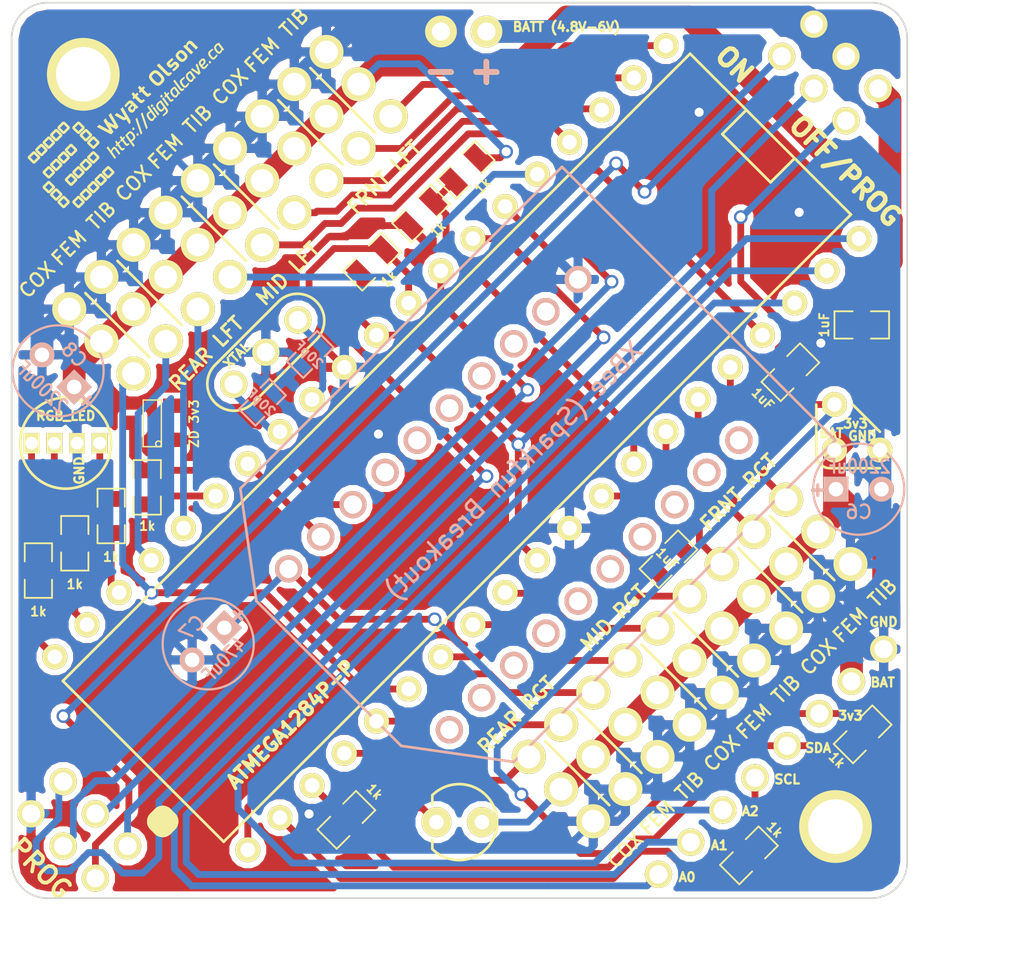
<source format=kicad_pcb>
(kicad_pcb (version 3) (host pcbnew "(2013-dec-23)-stable")
  (title_block (title "Stubby Controller") (rev 1) (company DigitalCave))
  (layers (15 F.Cu signal) (0 B.Cu signal) (18 B.Paste user) (19 F.Paste user) (20 B.SilkS user) (21 F.SilkS user) (22 B.Mask user) (23 F.Mask user) (28 Edge.Cuts user))
  (net 0 "")
  (net 1 +3.3V)
  (net 2 +6V)
  (net 3 /ADC0)
  (net 4 /ADC1)
  (net 5 /ADC2)
  (net 6 /ADC_BATTERY_METER)
  (net 7 /AREF)
  (net 8 /AVR_RX)
  (net 9 /AVR_TX)
  (net 10 /I2C_SCL)
  (net 11 /I2C_SDA)
  (net 12 /LED_BL)
  (net 13 /LED_BL_R)
  (net 14 /LED_GR)
  (net 15 /LED_GR_R)
  (net 16 /LED_RD)
  (net 17 /LED_RD_R)
  (net 18 /MISO)
  (net 19 /MOSI)
  (net 20 /PWM00)
  (net 21 /PWM01)
  (net 22 /PWM02)
  (net 23 /PWM03)
  (net 24 /PWM04)
  (net 25 /PWM05)
  (net 26 /PWM06)
  (net 27 /PWM07)
  (net 28 /PWM08)
  (net 29 /PWM09)
  (net 30 /PWM10)
  (net 31 /PWM11)
  (net 32 /PWM12)
  (net 33 /PWM13)
  (net 34 /PWM14)
  (net 35 /PWM15)
  (net 36 /PWM16)
  (net 37 /PWM17)
  (net 38 /RESET)
  (net 39 /SCK)
  (net 40 /SWITCHED_BATTERY)
  (net 41 /VCC_AVR)
  (net 42 /VCC_PROG)
  (net 43 /XTAL1)
  (net 44 /XTAL2)
  (net 45 GND)
  (net 46 N-0000031)
  (net 47 N-0000033)
  (module TO92 (layer F.Cu) (at 82.212 38.707 90)
    (fp_text reference VR1 hide)
    (fp_text value MCP1702 hide)
    (pad 1 thru_hole circle (at -1.27 1.27 90) (size 1.397 1.397) (drill 0.8128) (layers *.Cu *.Mask F.SilkS) (net 45 GND))
    (pad 2 thru_hole circle (at -1.27 -1.27 90) (size 1.397 1.397) (drill 0.8128) (layers *.Cu *.Mask F.SilkS) (net 40 /SWITCHED_BATTERY))
    (pad 3 thru_hole circle (at 1.27 -1.27 90) (size 1.397 1.397) (drill 0.8128) (layers *.Cu *.Mask F.SilkS) (net 1 +3.3V))
  )
  (module LED-5MM (layer F.Cu) (at 59.987 60.7542 180)
    (fp_text reference D1 hide)
    (fp_text value LED hide)
    (pad 1 thru_hole circle (at -1.27 0 180) (size 1.6764 1.6764) (drill 0.8128) (layers *.Cu *.Mask F.SilkS) (net 40 /SWITCHED_BATTERY))
    (pad 2 thru_hole circle (at 1.27 0 180) (size 1.6764 1.6764) (drill 0.8128) (layers *.Cu *.Mask F.SilkS) (net 46 N-0000031))
  )
  (module DIP-40__600 (layer F.Cu) (at 59.86 39.85 225)
    (fp_text reference IC1 hide)
    (fp_text value ATMEGA1284P-P (at 17.471901 -4.371758 225) (layer F.SilkS) (effects (font (size 0.762 0.762) (thickness 0.1905))))
    (pad 1 thru_hole circle (at -24.13 7.62 225) (size 1.397 1.397) (drill 0.8128) (layers *.Cu *.Mask F.SilkS) (net 22 /PWM02))
    (pad 2 thru_hole circle (at -21.59 7.62 225) (size 1.397 1.397) (drill 0.8128) (layers *.Cu *.Mask F.SilkS) (net 21 /PWM01))
    (pad 3 thru_hole circle (at -19.05 7.62 225) (size 1.397 1.397) (drill 0.8128) (layers *.Cu *.Mask F.SilkS) (net 20 /PWM00))
    (pad 4 thru_hole circle (at -16.51 7.62 225) (size 1.397 1.397) (drill 0.8128) (layers *.Cu *.Mask F.SilkS) (net 28 /PWM08))
    (pad 5 thru_hole circle (at -13.97 7.62 225) (size 1.397 1.397) (drill 0.8128) (layers *.Cu *.Mask F.SilkS) (net 26 /PWM06))
    (pad 6 thru_hole circle (at -11.43 7.62 225) (size 1.397 1.397) (drill 0.8128) (layers *.Cu *.Mask F.SilkS) (net 19 /MOSI))
    (pad 7 thru_hole circle (at -8.89 7.62 225) (size 1.397 1.397) (drill 0.8128) (layers *.Cu *.Mask F.SilkS) (net 18 /MISO))
    (pad 8 thru_hole circle (at -6.35 7.62 225) (size 1.397 1.397) (drill 0.8128) (layers *.Cu *.Mask F.SilkS) (net 39 /SCK))
    (pad 9 thru_hole circle (at -3.81 7.62 225) (size 1.397 1.397) (drill 0.8128) (layers *.Cu *.Mask F.SilkS) (net 38 /RESET))
    (pad 10 thru_hole circle (at -1.27 7.62 225) (size 1.397 1.397) (drill 0.8128) (layers *.Cu *.Mask F.SilkS) (net 41 /VCC_AVR))
    (pad 11 thru_hole circle (at 1.27 7.62 225) (size 1.397 1.397) (drill 0.8128) (layers *.Cu *.Mask F.SilkS) (net 45 GND))
    (pad 12 thru_hole circle (at 3.81 7.62 225) (size 1.397 1.397) (drill 0.8128) (layers *.Cu *.Mask F.SilkS) (net 44 /XTAL2))
    (pad 13 thru_hole circle (at 6.35 7.62 225) (size 1.397 1.397) (drill 0.8128) (layers *.Cu *.Mask F.SilkS) (net 43 /XTAL1))
    (pad 14 thru_hole circle (at 8.89 7.62 225) (size 1.397 1.397) (drill 0.8128) (layers *.Cu *.Mask F.SilkS) (net 8 /AVR_RX))
    (pad 15 thru_hole circle (at 11.43 7.62 225) (size 1.397 1.397) (drill 0.8128) (layers *.Cu *.Mask F.SilkS) (net 47 N-0000033))
    (pad 16 thru_hole circle (at 13.97 7.62 225) (size 1.397 1.397) (drill 0.8128) (layers *.Cu *.Mask F.SilkS) (net 34 /PWM14))
    (pad 17 thru_hole circle (at 16.51 7.62 225) (size 1.397 1.397) (drill 0.8128) (layers *.Cu *.Mask F.SilkS) (net 33 /PWM13))
    (pad 18 thru_hole circle (at 19.05 7.62 225) (size 1.397 1.397) (drill 0.8128) (layers *.Cu *.Mask F.SilkS) (net 16 /LED_RD))
    (pad 19 thru_hole circle (at 21.59 7.62 225) (size 1.397 1.397) (drill 0.8128) (layers *.Cu *.Mask F.SilkS) (net 12 /LED_BL))
    (pad 20 thru_hole circle (at 24.13 7.62 225) (size 1.397 1.397) (drill 0.8128) (layers *.Cu *.Mask F.SilkS) (net 14 /LED_GR))
    (pad 21 thru_hole circle (at 24.13 -7.62 225) (size 1.397 1.397) (drill 0.8128) (layers *.Cu *.Mask F.SilkS) (net 37 /PWM17))
    (pad 22 thru_hole circle (at 21.59 -7.62 225) (size 1.397 1.397) (drill 0.8128) (layers *.Cu *.Mask F.SilkS) (net 10 /I2C_SCL))
    (pad 23 thru_hole circle (at 19.05 -7.62 225) (size 1.397 1.397) (drill 0.8128) (layers *.Cu *.Mask F.SilkS) (net 11 /I2C_SDA))
    (pad 24 thru_hole circle (at 16.51 -7.62 225) (size 1.397 1.397) (drill 0.8128) (layers *.Cu *.Mask F.SilkS) (net 36 /PWM16))
    (pad 25 thru_hole circle (at 13.97 -7.62 225) (size 1.397 1.397) (drill 0.8128) (layers *.Cu *.Mask F.SilkS) (net 35 /PWM15))
    (pad 26 thru_hole circle (at 11.43 -7.62 225) (size 1.397 1.397) (drill 0.8128) (layers *.Cu *.Mask F.SilkS) (net 32 /PWM12))
    (pad 27 thru_hole circle (at 8.89 -7.62 225) (size 1.397 1.397) (drill 0.8128) (layers *.Cu *.Mask F.SilkS) (net 31 /PWM11))
    (pad 28 thru_hole circle (at 6.35 -7.62 225) (size 1.397 1.397) (drill 0.8128) (layers *.Cu *.Mask F.SilkS) (net 30 /PWM10))
    (pad 29 thru_hole circle (at 3.81 -7.62 225) (size 1.397 1.397) (drill 0.8128) (layers *.Cu *.Mask F.SilkS) (net 29 /PWM09))
    (pad 30 thru_hole circle (at 1.27 -7.62 225) (size 1.397 1.397) (drill 0.8128) (layers *.Cu *.Mask F.SilkS) (net 41 /VCC_AVR))
    (pad 31 thru_hole circle (at -1.27 -7.62 225) (size 1.397 1.397) (drill 0.8128) (layers *.Cu *.Mask F.SilkS) (net 45 GND))
    (pad 32 thru_hole circle (at -3.81 -7.62 225) (size 1.397 1.397) (drill 0.8128) (layers *.Cu *.Mask F.SilkS) (net 7 /AREF))
    (pad 33 thru_hole circle (at -6.35 -7.62 225) (size 1.397 1.397) (drill 0.8128) (layers *.Cu *.Mask F.SilkS) (net 6 /ADC_BATTERY_METER))
    (pad 34 thru_hole circle (at -8.89 -7.62 225) (size 1.397 1.397) (drill 0.8128) (layers *.Cu *.Mask F.SilkS) (net 25 /PWM05))
    (pad 35 thru_hole circle (at -11.43 -7.62 225) (size 1.397 1.397) (drill 0.8128) (layers *.Cu *.Mask F.SilkS) (net 24 /PWM04))
    (pad 36 thru_hole circle (at -13.97 -7.62 225) (size 1.397 1.397) (drill 0.8128) (layers *.Cu *.Mask F.SilkS) (net 23 /PWM03))
    (pad 37 thru_hole circle (at -16.51 -7.62 225) (size 1.397 1.397) (drill 0.8128) (layers *.Cu *.Mask F.SilkS) (net 27 /PWM07))
    (pad 38 thru_hole circle (at -19.05 -7.62 225) (size 1.397 1.397) (drill 0.8128) (layers *.Cu *.Mask F.SilkS) (net 5 /ADC2))
    (pad 39 thru_hole circle (at -21.59 -7.62 225) (size 1.397 1.397) (drill 0.8128) (layers *.Cu *.Mask F.SilkS) (net 4 /ADC1))
    (pad 40 thru_hole circle (at -24.13 -7.62 225) (size 1.397 1.397) (drill 0.8128) (layers *.Cu *.Mask F.SilkS) (net 3 /ADC0))
  )
  (module PIN_ARRAY_2X1 (layer F.Cu) (at 60.241 16.609 180)
    (fp_text reference P2 hide)
    (fp_text value "BATT (4.8V-6V)" (at -5.7404 0.254 180) (layer F.SilkS) (effects (font (size 0.508 0.508) (thickness 0.127))))
    (pad 1 thru_hole circle (at -1.27 0 180) (size 1.778 1.778) (drill 1.016) (layers *.Cu *.Mask F.SilkS) (net 2 +6V))
    (pad 2 thru_hole circle (at 1.27 0 180) (size 1.778 1.778) (drill 1.016) (layers *.Cu *.Mask F.SilkS) (net 45 GND))
  )
  (module PIN_ARRAY_3X1 (layer F.Cu) (at 49.192 34.516 45)
    (fp_text reference K1 hide)
    (fp_text value XTAL (at -1.27 -1.016 45) (layer F.SilkS) (effects (font (size 0.508 0.508) (thickness 0.127))))
    (pad 1 thru_hole circle (at -2.54 0 45) (size 1.524 1.524) (drill 1.016) (layers *.Cu *.Mask F.SilkS) (net 43 /XTAL1))
    (pad 2 thru_hole circle (at 0 0 45) (size 1.524 1.524) (drill 1.016) (layers *.Cu *.Mask F.SilkS) (net 45 GND))
    (pad 3 thru_hole circle (at 2.54 0 45) (size 1.524 1.524) (drill 1.016) (layers *.Cu *.Mask F.SilkS) (net 44 /XTAL2))
  )
  (module SM0805 (layer F.Cu) (at 71.671 46.073 45)
    (fp_text reference C1 hide)
    (fp_text value 1uF (at -0.032244 -0.064488 135) (layer F.SilkS) (effects (font (size 0.508 0.508) (thickness 0.10922))))
    (pad 1 smd rect (at -0.9525 0 45) (size 0.889 1.397) (layers F.Cu F.Paste F.Mask) (net 45 GND))
    (pad 2 smd rect (at 0.9525 0 45) (size 0.889 1.397) (layers F.Cu F.Paste F.Mask) (net 7 /AREF))
  )
  (module SM0805 (layer F.Cu) (at 53.6878 60.6272 225)
    (fp_text reference R10 hide)
    (fp_text value 1k (at -2.227104 0 315) (layer F.SilkS) (effects (font (size 0.50038 0.50038) (thickness 0.10922))))
    (pad 1 smd rect (at -0.9525 0 225) (size 0.889 1.397) (layers F.Cu F.Paste F.Mask) (net 46 N-0000031))
    (pad 2 smd rect (at 0.9525 0 225) (size 0.889 1.397) (layers F.Cu F.Paste F.Mask) (net 45 GND))
  )
  (module PIN_ARRAY_8x1 (layer F.Cu) (at 78.3004 56.487 45)
    (fp_text reference P3 hide)
    (fp_text value CONN_8 hide)
    (pad 1 thru_hole circle (at -10.16 0 315) (size 1.524 1.524) (drill 1.016) (layers *.Cu *.Mask F.SilkS) (net 3 /ADC0))
    (pad 2 thru_hole circle (at -7.62 0 315) (size 1.524 1.524) (drill 1.016) (layers *.Cu *.Mask F.SilkS) (net 4 /ADC1))
    (pad 3 thru_hole circle (at -5.08 0 315) (size 1.524 1.524) (drill 1.016) (layers *.Cu *.Mask F.SilkS) (net 5 /ADC2))
    (pad 4 thru_hole circle (at -2.54 0 315) (size 1.524 1.524) (drill 1.016) (layers *.Cu *.Mask F.SilkS) (net 10 /I2C_SCL))
    (pad 5 thru_hole circle (at 0 0 315) (size 1.524 1.524) (drill 1.016) (layers *.Cu *.Mask F.SilkS) (net 11 /I2C_SDA))
    (pad 6 thru_hole circle (at 2.54 0 315) (size 1.524 1.524) (drill 1.016) (layers *.Cu *.Mask F.SilkS) (net 1 +3.3V))
    (pad 7 thru_hole circle (at 5.08 0 315) (size 1.524 1.524) (drill 1.016) (layers *.Cu *.Mask F.SilkS) (net 40 /SWITCHED_BATTERY))
    (pad 8 thru_hole circle (at 7.62 0 315) (size 1.524 1.524) (drill 1.016) (layers *.Cu *.Mask F.SilkS) (net 45 GND))
  )
  (module SM0805 (layer F.Cu) (at 82.466 32.992)
    (fp_text reference C2 hide)
    (fp_text value 1uF (at -2.0955 0 90) (layer F.SilkS) (effects (font (size 0.508 0.508) (thickness 0.10922))))
    (pad 1 smd rect (at -0.9525 0) (size 0.889 1.397) (layers F.Cu F.Paste F.Mask) (net 45 GND))
    (pad 2 smd rect (at 0.9525 0) (size 0.889 1.397) (layers F.Cu F.Paste F.Mask) (net 40 /SWITCHED_BATTERY))
  )
  (module SM0805 (layer F.Cu) (at 78.4782 35.6336 45)
    (fp_text reference C3 hide)
    (fp_text value 1uF (at -2.137301 -0.035921 135) (layer F.SilkS) (effects (font (size 0.508 0.508) (thickness 0.10922))))
    (pad 1 smd rect (at -0.9525 0 45) (size 0.889 1.397) (layers F.Cu F.Paste F.Mask) (net 1 +3.3V))
    (pad 2 smd rect (at 0.9525 0 45) (size 0.889 1.397) (layers F.Cu F.Paste F.Mask) (net 45 GND))
  )
  (module SM0805 (layer F.Cu) (at 82.5168 55.852 225)
    (fp_text reference R7 hide)
    (fp_text value 1k (at 2.032 0 315) (layer F.SilkS) (effects (font (size 0.508 0.508) (thickness 0.10922))))
    (pad 1 smd rect (at -0.9525 0 225) (size 0.889 1.397) (layers F.Cu F.Paste F.Mask) (net 1 +3.3V))
    (pad 2 smd rect (at 0.9525 0 225) (size 0.889 1.397) (layers F.Cu F.Paste F.Mask) (net 11 /I2C_SDA))
  )
  (module SM0805 (layer F.Cu) (at 76.1668 62.6084 45)
    (fp_text reference R8 hide)
    (fp_text value 1k (at 2.032 0 135) (layer F.SilkS) (effects (font (size 0.508 0.508) (thickness 0.10922))))
    (pad 1 smd rect (at -0.9525 0 45) (size 0.889 1.397) (layers F.Cu F.Paste F.Mask) (net 1 +3.3V))
    (pad 2 smd rect (at 0.9525 0 45) (size 0.889 1.397) (layers F.Cu F.Paste F.Mask) (net 10 /I2C_SCL))
  )
  (module SM0805 (layer F.Cu) (at 60.3504 24.3332 225)
    (fp_text reference R2 hide)
    (fp_text value 1k (at -0.044901 -1.302137 225) (layer F.SilkS) (effects (font (size 0.508 0.508) (thickness 0.10922))))
    (pad 1 smd rect (at -0.9525 0 225) (size 0.889 1.397) (layers F.Cu F.Paste F.Mask) (net 40 /SWITCHED_BATTERY))
    (pad 2 smd rect (at 0.9525 0 225) (size 0.889 1.397) (layers F.Cu F.Paste F.Mask) (net 6 /ADC_BATTERY_METER))
  )
  (module SM0805 (layer F.Cu) (at 57.8612 26.7716 45)
    (fp_text reference R3 hide)
    (fp_text value 1k (at 0.044901 1.302137 45) (layer F.SilkS) (effects (font (size 0.50038 0.50038) (thickness 0.10922))))
    (pad 1 smd rect (at -0.9525 0 45) (size 0.889 1.397) (layers F.Cu F.Paste F.Mask) (net 45 GND))
    (pad 2 smd rect (at 0.9525 0 45) (size 0.889 1.397) (layers F.Cu F.Paste F.Mask) (net 6 /ADC_BATTERY_METER))
  )
  (module SM0805 (layer F.Cu) (at 55.118 29.464 225)
    (fp_text reference R1 hide)
    (fp_text value 1k (at 0 -1.347038 225) (layer F.SilkS) (effects (font (size 0.508 0.508) (thickness 0.10922))))
    (pad 1 smd rect (at -0.9525 0 225) (size 0.889 1.397) (layers F.Cu F.Paste F.Mask) (net 38 /RESET))
    (pad 2 smd rect (at 0.9525 0 225) (size 0.889 1.397) (layers F.Cu F.Paste F.Mask) (net 41 /VCC_AVR))
  )
  (module SM0805 (layer F.Cu) (at 42.5704 42.0624 90)
    (fp_text reference R9 hide)
    (fp_text value 1k (at -2.155261 0 180) (layer F.SilkS) (effects (font (size 0.50038 0.50038) (thickness 0.10922))))
    (pad 1 smd rect (at -0.9525 0 90) (size 0.889 1.397) (layers F.Cu F.Paste F.Mask) (net 47 N-0000033))
    (pad 2 smd rect (at 0.9525 0 90) (size 0.889 1.397) (layers F.Cu F.Paste F.Mask) (net 9 /AVR_TX))
  )
  (module SM0805 (layer F.Cu) (at 36.492 46.708 90)
    (fp_text reference R5 hide)
    (fp_text value 1k (at -2.286 0 180) (layer F.SilkS) (effects (font (size 0.508 0.508) (thickness 0.10922))))
    (pad 1 smd rect (at -0.9525 0 90) (size 0.889 1.397) (layers F.Cu F.Paste F.Mask) (net 14 /LED_GR))
    (pad 2 smd rect (at 0.9525 0 90) (size 0.889 1.397) (layers F.Cu F.Paste F.Mask) (net 15 /LED_GR_R))
  )
  (module SM0805 (layer F.Cu) (at 38.524 45.184 90)
    (fp_text reference R6 hide)
    (fp_text value 1k (at -2.286 0 180) (layer F.SilkS) (effects (font (size 0.508 0.508) (thickness 0.10922))))
    (pad 1 smd rect (at -0.9525 0 90) (size 0.889 1.397) (layers F.Cu F.Paste F.Mask) (net 12 /LED_BL))
    (pad 2 smd rect (at 0.9525 0 90) (size 0.889 1.397) (layers F.Cu F.Paste F.Mask) (net 13 /LED_BL_R))
  )
  (module SM0805 (layer F.Cu) (at 40.556 43.66 90)
    (fp_text reference R4 hide)
    (fp_text value 1k (at -2.286 0 180) (layer F.SilkS) (effects (font (size 0.508 0.508) (thickness 0.10922))))
    (pad 1 smd rect (at -0.9525 0 90) (size 0.889 1.397) (layers F.Cu F.Paste F.Mask) (net 16 /LED_RD))
    (pad 2 smd rect (at 0.9525 0 90) (size 0.889 1.397) (layers F.Cu F.Paste F.Mask) (net 17 /LED_RD_R))
  )
  (module 1pin (layer F.Cu) (at 81 61)
    (fp_text reference 1PIN hide)
    (fp_text value P*** hide)
    (pad 1 thru_hole circle (at 0 0) (size 4.064 4.064) (drill 3.048) (layers *.Cu *.Mask F.SilkS) (net 45 GND))
  )
  (module SOT23 (layer F.Cu) (at 42.8498 38.4556 90)
    (fp_text reference ZD1 hide)
    (fp_text value "ZD 3v3" (at -0.0508 2.3368 90) (layer F.SilkS) (effects (font (size 0.50038 0.50038) (thickness 0.09906))))
    (pad 2 smd rect (at 0 -1.09982 90) (size 0.8001 1.00076) (layers F.Cu F.Paste F.Mask) (net 9 /AVR_TX))
    (pad 3 smd rect (at 0.9525 1.09982 90) (size 0.8001 1.00076) (layers F.Cu F.Paste F.Mask))
    (pad 1 smd rect (at -0.9525 1.09982 90) (size 0.8001 1.00076) (layers F.Cu F.Paste F.Mask) (net 45 GND))
  )
  (module 1pin (layer F.Cu) (at 39 19)
    (fp_text reference 1PIN hide)
    (fp_text value P*** hide)
    (pad 1 thru_hole circle (at 0 0) (size 4.064 4.064) (drill 3.048) (layers *.Cu *.Mask F.SilkS) (net 45 GND))
  )
  (module DPDT (layer F.Cu) (at 80.688 18.895 315)
    (fp_text reference SW1 hide)
    (fp_text value DPDT hide)
    (pad 4 thru_hole circle (at -2.54 1.27 315) (size 1.524 1.524) (drill 1.016) (layers *.Cu *.Mask F.SilkS) (net 42 /VCC_PROG))
    (pad 1 thru_hole circle (at -2.54 -1.27 315) (size 1.524 1.524) (drill 1.016) (layers *.Cu *.Mask F.SilkS) (net 2 +6V))
    (pad 5 thru_hole circle (at 0 1.27 315) (size 1.524 1.524) (drill 1.016) (layers *.Cu *.Mask F.SilkS) (net 41 /VCC_AVR))
    (pad 2 thru_hole circle (at 0 -1.27 315) (size 1.524 1.524) (drill 1.016) (layers *.Cu *.Mask F.SilkS) (net 2 +6V))
    (pad 6 thru_hole circle (at 2.54 1.27 315) (size 1.524 1.524) (drill 1.016) (layers *.Cu *.Mask F.SilkS) (net 1 +3.3V))
    (pad 3 thru_hole circle (at 2.54 -1.27 315) (size 1.524 1.524) (drill 1.016) (layers *.Cu *.Mask F.SilkS) (net 40 /SWITCHED_BATTERY))
  )
  (module pin_array_3x2 (layer F.Cu) (at 38.778 61.186 135)
    (fp_text reference P1 hide)
    (fp_text value PROG (at 0 -3.053287 135) (layer F.SilkS) (effects (font (size 1.016 1.016) (thickness 0.2032))))
    (pad 1 thru_hole circle (at -2.54 1.27 135) (size 1.524 1.524) (drill 1.016) (layers *.Cu *.Mask F.SilkS) (net 18 /MISO))
    (pad 2 thru_hole circle (at -2.54 -1.27 135) (size 1.524 1.524) (drill 1.016) (layers *.Cu *.Mask F.SilkS) (net 42 /VCC_PROG))
    (pad 3 thru_hole circle (at 0 1.27 135) (size 1.524 1.524) (drill 1.016) (layers *.Cu *.Mask F.SilkS) (net 39 /SCK))
    (pad 4 thru_hole circle (at 0 -1.27 135) (size 1.524 1.524) (drill 1.016) (layers *.Cu *.Mask F.SilkS) (net 19 /MOSI))
    (pad 5 thru_hole circle (at 2.54 1.27 135) (size 1.524 1.524) (drill 1.016) (layers *.Cu *.Mask F.SilkS) (net 38 /RESET))
    (pad 6 thru_hole circle (at 2.54 -1.27 135) (size 1.524 1.524) (drill 1.016) (layers *.Cu *.Mask F.SilkS) (net 45 GND))
  )
  (module LED_RGB (layer F.Cu) (at 38.016 39.596 180)
    (fp_text reference D2 hide)
    (fp_text value RGB_LED (at 0 1.524 180) (layer F.SilkS) (effects (font (size 0.508 0.508) (thickness 0.127))))
    (pad 1 thru_hole rect (at -1.905 0 180) (size 0.889 1.143) (drill 0.7112) (layers *.Cu *.Mask F.SilkS) (net 17 /LED_RD_R))
    (pad 2 thru_hole rect (at -0.635 0 180) (size 0.889 1.143) (drill 0.7112) (layers *.Cu *.Mask F.SilkS) (net 45 GND))
    (pad 3 thru_hole rect (at 0.635 0 180) (size 0.889 1.143) (drill 0.7112) (layers *.Cu *.Mask F.SilkS) (net 13 /LED_BL_R))
    (pad 4 thru_hole rect (at 1.905 0 180) (size 0.889 1.143) (drill 0.7112) (layers *.Cu *.Mask F.SilkS) (net 15 /LED_GR_R))
  )
  (module DIGITALCAVE_LOGO_WIDE_SMALL (layer F.Cu) (at 41.3688 21.0032 45)
    (fp_text reference VAL hide)
    (fp_text value DIGITALCAVE_LOGO_WIDE_SMALL hide)
  )
  (module XBEE_SPARKFUN_BREAKOUT (layer B.Cu) (at 63.035 43.025 315)
    (fp_text reference X1 hide)
    (fp_text value "XBee (Sparkfun Breakout)" (at -1.347038 -1.347038 405) (layer B.SilkS) (effects (justify mirror)))
    (pad 1 thru_hole circle (at -6.35 11.43 315) (size 1.524 1.524) (drill 1.016) (layers *.Cu *.Mask B.SilkS) (net 1 +3.3V))
    (pad 2 thru_hole circle (at -6.35 8.89 315) (size 1.524 1.524) (drill 1.016) (layers *.Cu *.Mask B.SilkS) (net 8 /AVR_RX))
    (pad 3 thru_hole circle (at -6.35 6.35 315) (size 1.524 1.524) (drill 1.016) (layers *.Cu *.Mask B.SilkS) (net 9 /AVR_TX))
    (pad 4 thru_hole circle (at -6.35 3.81 315) (size 1.524 1.524) (drill 1.016) (layers *.Cu *.Mask B.SilkS))
    (pad 5 thru_hole circle (at -6.35 1.27 315) (size 1.524 1.524) (drill 1.016) (layers *.Cu *.Mask B.SilkS))
    (pad 6 thru_hole circle (at -6.35 -1.27 315) (size 1.524 1.524) (drill 1.016) (layers *.Cu *.Mask B.SilkS))
    (pad 7 thru_hole circle (at -6.35 -3.81 315) (size 1.524 1.524) (drill 1.016) (layers *.Cu *.Mask B.SilkS))
    (pad 8 thru_hole circle (at -6.35 -6.35 315) (size 1.524 1.524) (drill 1.016) (layers *.Cu *.Mask B.SilkS))
    (pad 9 thru_hole circle (at -6.35 -8.89 315) (size 1.524 1.524) (drill 1.016) (layers *.Cu *.Mask B.SilkS))
    (pad 10 thru_hole circle (at -6.35 -11.43 315) (size 1.524 1.524) (drill 1.016) (layers *.Cu *.Mask B.SilkS) (net 45 GND))
    (pad 11 thru_hole circle (at 6.35 -11.43 315) (size 1.524 1.524) (drill 1.016) (layers *.Cu *.Mask B.SilkS))
    (pad 12 thru_hole circle (at 6.35 -8.89 315) (size 1.524 1.524) (drill 1.016) (layers *.Cu *.Mask B.SilkS))
    (pad 13 thru_hole circle (at 6.35 -6.35 315) (size 1.524 1.524) (drill 1.016) (layers *.Cu *.Mask B.SilkS))
    (pad 14 thru_hole circle (at 6.35 -3.81 315) (size 1.524 1.524) (drill 1.016) (layers *.Cu *.Mask B.SilkS))
    (pad 15 thru_hole circle (at 6.35 -1.27 315) (size 1.524 1.524) (drill 1.016) (layers *.Cu *.Mask B.SilkS))
    (pad 16 thru_hole circle (at 6.35 1.27 315) (size 1.524 1.524) (drill 1.016) (layers *.Cu *.Mask B.SilkS))
    (pad 17 thru_hole circle (at 6.35 3.81 315) (size 1.524 1.524) (drill 1.016) (layers *.Cu *.Mask B.SilkS))
    (pad 18 thru_hole circle (at 6.35 6.35 315) (size 1.524 1.524) (drill 1.016) (layers *.Cu *.Mask B.SilkS))
    (pad 19 thru_hole circle (at 6.35 8.89 315) (size 1.524 1.524) (drill 1.016) (layers *.Cu *.Mask B.SilkS))
    (pad 20 thru_hole circle (at 6.35 11.43 315) (size 1.524 1.524) (drill 1.016) (layers *.Cu *.Mask B.SilkS))
  )
  (module SM0603_Capa (layer B.Cu) (at 49.0015 37.31 225)
    (fp_text reference C5 hide)
    (fp_text value 20pF (at 0.044901 0.044901 495) (layer B.SilkS) (effects (font (size 0.508 0.508) (thickness 0.1143)) (justify mirror)))
    (pad 1 smd rect (at -0.762 0 225) (size 0.635 1.143) (layers B.Cu B.Paste B.Mask) (net 45 GND))
    (pad 2 smd rect (at 0.762 0 225) (size 0.635 1.143) (layers B.Cu B.Paste B.Mask) (net 43 /XTAL1))
  )
  (module SM0603_Capa (layer B.Cu) (at 51.6685 34.643 45)
    (fp_text reference C4 hide)
    (fp_text value 20pF (at -0.044901 -0.044901 315) (layer B.SilkS) (effects (font (size 0.508 0.508) (thickness 0.1143)) (justify mirror)))
    (pad 1 smd rect (at -0.762 0 45) (size 0.635 1.143) (layers B.Cu B.Paste B.Mask) (net 45 GND))
    (pad 2 smd rect (at 0.762 0 45) (size 0.635 1.143) (layers B.Cu B.Paste B.Mask) (net 44 /XTAL2))
  )
  (module HEX_LEG (layer F.Cu) (at 48.9888 25.8292 135)
    (fp_text reference S3 hide)
    (fp_text value "MID LFT" (at -4.064 -2.032 225) (layer F.SilkS) (effects (font (size 0.762 0.762))))
    (fp_text user TIB (at 5.588 0.508 225) (layer F.SilkS) (effects (font (size 0.762 0.762) (thickness 0.127))))
    (fp_text user FEM (at 5.588 -2.032 225) (layer F.SilkS) (effects (font (size 0.762 0.762) (thickness 0.127))))
    (fp_text user COX (at 5.588 -4.572 225) (layer F.SilkS) (effects (font (size 0.762 0.762) (thickness 0.127))))
    (pad 1 thru_hole circle (at -1.905 -4.445 45) (size 1.905 1.905) (drill 1.27) (layers *.Cu *.Mask F.SilkS) (net 26 /PWM06))
    (pad 2 thru_hole circle (at -1.905 -1.905 45) (size 1.905 1.905) (drill 1.27) (layers *.Cu *.Mask F.SilkS) (net 27 /PWM07))
    (pad 3 thru_hole circle (at -1.905 0.635 45) (size 1.905 1.905) (drill 1.27) (layers *.Cu *.Mask F.SilkS) (net 28 /PWM08))
    (pad 4 thru_hole circle (at 0.635 -4.445 45) (size 1.905 1.905) (drill 1.27) (layers *.Cu *.Mask F.SilkS) (net 40 /SWITCHED_BATTERY))
    (pad 5 thru_hole circle (at 0.635 -1.905 45) (size 1.905 1.905) (drill 1.27) (layers *.Cu *.Mask F.SilkS) (net 40 /SWITCHED_BATTERY))
    (pad 6 thru_hole circle (at 0.635 0.635 45) (size 1.905 1.905) (drill 1.27) (layers *.Cu *.Mask F.SilkS) (net 40 /SWITCHED_BATTERY))
    (pad 7 thru_hole circle (at 3.175 -4.445 45) (size 1.905 1.905) (drill 1.27) (layers *.Cu *.Mask F.SilkS) (net 45 GND))
    (pad 8 thru_hole circle (at 3.175 -1.905 45) (size 1.905 1.905) (drill 1.27) (layers *.Cu *.Mask F.SilkS) (net 45 GND))
    (pad 9 thru_hole circle (at 3.175 0.635 45) (size 1.905 1.905) (drill 1.27) (layers *.Cu *.Mask F.SilkS) (net 45 GND))
  )
  (module HEX_LEG (layer F.Cu) (at 54.3736 20.4444 135)
    (fp_text reference S1 hide)
    (fp_text value "FRNT LFT" (at -4.064 -2.032 225) (layer F.SilkS) (effects (font (size 0.762 0.762))))
    (fp_text user TIB (at 5.588 0.508 225) (layer F.SilkS) (effects (font (size 0.762 0.762) (thickness 0.127))))
    (fp_text user FEM (at 5.588 -2.032 225) (layer F.SilkS) (effects (font (size 0.762 0.762) (thickness 0.127))))
    (fp_text user COX (at 5.588 -4.572 225) (layer F.SilkS) (effects (font (size 0.762 0.762) (thickness 0.127))))
    (pad 1 thru_hole circle (at -1.905 -4.445 45) (size 1.905 1.905) (drill 1.27) (layers *.Cu *.Mask F.SilkS) (net 20 /PWM00))
    (pad 2 thru_hole circle (at -1.905 -1.905 45) (size 1.905 1.905) (drill 1.27) (layers *.Cu *.Mask F.SilkS) (net 21 /PWM01))
    (pad 3 thru_hole circle (at -1.905 0.635 45) (size 1.905 1.905) (drill 1.27) (layers *.Cu *.Mask F.SilkS) (net 22 /PWM02))
    (pad 4 thru_hole circle (at 0.635 -4.445 45) (size 1.905 1.905) (drill 1.27) (layers *.Cu *.Mask F.SilkS) (net 40 /SWITCHED_BATTERY))
    (pad 5 thru_hole circle (at 0.635 -1.905 45) (size 1.905 1.905) (drill 1.27) (layers *.Cu *.Mask F.SilkS) (net 40 /SWITCHED_BATTERY))
    (pad 6 thru_hole circle (at 0.635 0.635 45) (size 1.905 1.905) (drill 1.27) (layers *.Cu *.Mask F.SilkS) (net 40 /SWITCHED_BATTERY))
    (pad 7 thru_hole circle (at 3.175 -4.445 45) (size 1.905 1.905) (drill 1.27) (layers *.Cu *.Mask F.SilkS) (net 45 GND))
    (pad 8 thru_hole circle (at 3.175 -1.905 45) (size 1.905 1.905) (drill 1.27) (layers *.Cu *.Mask F.SilkS) (net 45 GND))
    (pad 9 thru_hole circle (at 3.175 0.635 45) (size 1.905 1.905) (drill 1.27) (layers *.Cu *.Mask F.SilkS) (net 45 GND))
  )
  (module HEX_LEG (layer F.Cu) (at 43.604 31.214 135)
    (fp_text reference S5 hide)
    (fp_text value "REAR LFT" (at -3.994588 -0.786586 225) (layer F.SilkS) (effects (font (size 0.762 0.762))))
    (fp_text user TIB (at 5.588 0.508 225) (layer F.SilkS) (effects (font (size 0.762 0.762) (thickness 0.127))))
    (fp_text user FEM (at 5.588 -2.032 225) (layer F.SilkS) (effects (font (size 0.762 0.762) (thickness 0.127))))
    (fp_text user COX (at 5.588 -4.572 225) (layer F.SilkS) (effects (font (size 0.762 0.762) (thickness 0.127))))
    (pad 1 thru_hole circle (at -1.905 -4.445 45) (size 1.905 1.905) (drill 1.27) (layers *.Cu *.Mask F.SilkS) (net 32 /PWM12))
    (pad 2 thru_hole circle (at -1.905 -1.905 45) (size 1.905 1.905) (drill 1.27) (layers *.Cu *.Mask F.SilkS) (net 33 /PWM13))
    (pad 3 thru_hole circle (at -1.905 0.635 45) (size 1.905 1.905) (drill 1.27) (layers *.Cu *.Mask F.SilkS) (net 34 /PWM14))
    (pad 4 thru_hole circle (at 0.635 -4.445 45) (size 1.905 1.905) (drill 1.27) (layers *.Cu *.Mask F.SilkS) (net 40 /SWITCHED_BATTERY))
    (pad 5 thru_hole circle (at 0.635 -1.905 45) (size 1.905 1.905) (drill 1.27) (layers *.Cu *.Mask F.SilkS) (net 40 /SWITCHED_BATTERY))
    (pad 6 thru_hole circle (at 0.635 0.635 45) (size 1.905 1.905) (drill 1.27) (layers *.Cu *.Mask F.SilkS) (net 40 /SWITCHED_BATTERY))
    (pad 7 thru_hole circle (at 3.175 -4.445 45) (size 1.905 1.905) (drill 1.27) (layers *.Cu *.Mask F.SilkS) (net 45 GND))
    (pad 8 thru_hole circle (at 3.175 -1.905 45) (size 1.905 1.905) (drill 1.27) (layers *.Cu *.Mask F.SilkS) (net 45 GND))
    (pad 9 thru_hole circle (at 3.175 0.635 45) (size 1.905 1.905) (drill 1.27) (layers *.Cu *.Mask F.SilkS) (net 45 GND))
  )
  (module HEX_LEG_REVERSE (layer F.Cu) (at 76.4462 47.2414 315)
    (fp_text reference S2 hide)
    (fp_text value "FRNT RGT" (at -4.069682 -2.859398 405) (layer F.SilkS) (effects (font (size 0.762 0.762))))
    (fp_text user TIB (at 5.588 -4.572 405) (layer F.SilkS) (effects (font (size 0.762 0.762) (thickness 0.127))))
    (fp_text user FEM (at 5.588 -2.032 405) (layer F.SilkS) (effects (font (size 0.762 0.762) (thickness 0.127))))
    (fp_text user COX (at 5.588 0.508 405) (layer F.SilkS) (effects (font (size 0.762 0.762) (thickness 0.127))))
    (pad 1 thru_hole circle (at -1.905 -4.445 225) (size 1.905 1.905) (drill 1.27) (layers *.Cu *.Mask F.SilkS) (net 23 /PWM03))
    (pad 2 thru_hole circle (at -1.905 -1.905 225) (size 1.905 1.905) (drill 1.27) (layers *.Cu *.Mask F.SilkS) (net 24 /PWM04))
    (pad 3 thru_hole circle (at -1.905 0.635 225) (size 1.905 1.905) (drill 1.27) (layers *.Cu *.Mask F.SilkS) (net 25 /PWM05))
    (pad 4 thru_hole circle (at 0.635 -4.445 225) (size 1.905 1.905) (drill 1.27) (layers *.Cu *.Mask F.SilkS) (net 40 /SWITCHED_BATTERY))
    (pad 5 thru_hole circle (at 0.635 -1.905 225) (size 1.905 1.905) (drill 1.27) (layers *.Cu *.Mask F.SilkS) (net 40 /SWITCHED_BATTERY))
    (pad 6 thru_hole circle (at 0.635 0.635 225) (size 1.905 1.905) (drill 1.27) (layers *.Cu *.Mask F.SilkS) (net 40 /SWITCHED_BATTERY))
    (pad 7 thru_hole circle (at 3.175 -4.445 225) (size 1.905 1.905) (drill 1.27) (layers *.Cu *.Mask F.SilkS) (net 45 GND))
    (pad 8 thru_hole circle (at 3.175 -1.905 225) (size 1.905 1.905) (drill 1.27) (layers *.Cu *.Mask F.SilkS) (net 45 GND))
    (pad 9 thru_hole circle (at 3.175 0.635 225) (size 1.905 1.905) (drill 1.27) (layers *.Cu *.Mask F.SilkS) (net 45 GND))
  )
  (module HEX_LEG_REVERSE (layer F.Cu) (at 71.0614 52.6262 315)
    (fp_text reference S4 hide)
    (fp_text value "MID RGT" (at -4.033761 -0.596374 405) (layer F.SilkS) (effects (font (size 0.762 0.762))))
    (fp_text user TIB (at 5.588 -4.572 405) (layer F.SilkS) (effects (font (size 0.762 0.762) (thickness 0.127))))
    (fp_text user FEM (at 5.588 -2.032 405) (layer F.SilkS) (effects (font (size 0.762 0.762) (thickness 0.127))))
    (fp_text user COX (at 5.588 0.508 405) (layer F.SilkS) (effects (font (size 0.762 0.762) (thickness 0.127))))
    (pad 1 thru_hole circle (at -1.905 -4.445 225) (size 1.905 1.905) (drill 1.27) (layers *.Cu *.Mask F.SilkS) (net 29 /PWM09))
    (pad 2 thru_hole circle (at -1.905 -1.905 225) (size 1.905 1.905) (drill 1.27) (layers *.Cu *.Mask F.SilkS) (net 30 /PWM10))
    (pad 3 thru_hole circle (at -1.905 0.635 225) (size 1.905 1.905) (drill 1.27) (layers *.Cu *.Mask F.SilkS) (net 31 /PWM11))
    (pad 4 thru_hole circle (at 0.635 -4.445 225) (size 1.905 1.905) (drill 1.27) (layers *.Cu *.Mask F.SilkS) (net 40 /SWITCHED_BATTERY))
    (pad 5 thru_hole circle (at 0.635 -1.905 225) (size 1.905 1.905) (drill 1.27) (layers *.Cu *.Mask F.SilkS) (net 40 /SWITCHED_BATTERY))
    (pad 6 thru_hole circle (at 0.635 0.635 225) (size 1.905 1.905) (drill 1.27) (layers *.Cu *.Mask F.SilkS) (net 40 /SWITCHED_BATTERY))
    (pad 7 thru_hole circle (at 3.175 -4.445 225) (size 1.905 1.905) (drill 1.27) (layers *.Cu *.Mask F.SilkS) (net 45 GND))
    (pad 8 thru_hole circle (at 3.175 -1.905 225) (size 1.905 1.905) (drill 1.27) (layers *.Cu *.Mask F.SilkS) (net 45 GND))
    (pad 9 thru_hole circle (at 3.175 0.635 225) (size 1.905 1.905) (drill 1.27) (layers *.Cu *.Mask F.SilkS) (net 45 GND))
  )
  (module HEX_LEG_REVERSE (layer F.Cu) (at 65.6766 58.011 315)
    (fp_text reference S6 hide)
    (fp_text value "REAR RGT" (at -4.033761 -0.524532 405) (layer F.SilkS) (effects (font (size 0.762 0.762))))
    (fp_text user TIB (at 5.588 -4.572 405) (layer F.SilkS) (effects (font (size 0.762 0.762) (thickness 0.127))))
    (fp_text user FEM (at 5.588 -2.032 405) (layer F.SilkS) (effects (font (size 0.762 0.762) (thickness 0.127))))
    (fp_text user COX (at 5.588 0.508 405) (layer F.SilkS) (effects (font (size 0.762 0.762) (thickness 0.127))))
    (pad 1 thru_hole circle (at -1.905 -4.445 225) (size 1.905 1.905) (drill 1.27) (layers *.Cu *.Mask F.SilkS) (net 35 /PWM15))
    (pad 2 thru_hole circle (at -1.905 -1.905 225) (size 1.905 1.905) (drill 1.27) (layers *.Cu *.Mask F.SilkS) (net 36 /PWM16))
    (pad 3 thru_hole circle (at -1.905 0.635 225) (size 1.905 1.905) (drill 1.27) (layers *.Cu *.Mask F.SilkS) (net 37 /PWM17))
    (pad 4 thru_hole circle (at 0.635 -4.445 225) (size 1.905 1.905) (drill 1.27) (layers *.Cu *.Mask F.SilkS) (net 40 /SWITCHED_BATTERY))
    (pad 5 thru_hole circle (at 0.635 -1.905 225) (size 1.905 1.905) (drill 1.27) (layers *.Cu *.Mask F.SilkS) (net 40 /SWITCHED_BATTERY))
    (pad 6 thru_hole circle (at 0.635 0.635 225) (size 1.905 1.905) (drill 1.27) (layers *.Cu *.Mask F.SilkS) (net 40 /SWITCHED_BATTERY))
    (pad 7 thru_hole circle (at 3.175 -4.445 225) (size 1.905 1.905) (drill 1.27) (layers *.Cu *.Mask F.SilkS) (net 45 GND))
    (pad 8 thru_hole circle (at 3.175 -1.905 225) (size 1.905 1.905) (drill 1.27) (layers *.Cu *.Mask F.SilkS) (net 45 GND))
    (pad 9 thru_hole circle (at 3.175 0.635 225) (size 1.905 1.905) (drill 1.27) (layers *.Cu *.Mask F.SilkS) (net 45 GND))
  )
  (module C1V5 (layer B.Cu) (at 82.296 42.164)
    (fp_text reference C6 (at 0 1.26746) (layer B.SilkS) (effects (font (size 0.762 0.762) (thickness 0.127)) (justify mirror)))
    (fp_text value 2200uF (at 0 -1.27) (layer B.SilkS) (effects (font (size 0.762 0.635) (thickness 0.127)) (justify mirror)))
    (fp_text user + (at -2.286 0) (layer B.SilkS) (effects (font (size 0.762 0.762) (thickness 0.2032)) (justify mirror)))
    (pad 1 thru_hole rect (at -1.27 0) (size 1.397 1.397) (drill 0.8128) (layers *.Cu *.Mask B.SilkS) (net 40 /SWITCHED_BATTERY))
    (pad 2 thru_hole circle (at 1.27 0) (size 1.397 1.397) (drill 0.8128) (layers *.Cu *.Mask B.SilkS) (net 45 GND))
  )
  (module C1V5 (layer B.Cu) (at 45.974 50.8 225)
    (fp_text reference C7 (at 0 1.26746 225) (layer B.SilkS) (effects (font (size 0.762 0.762) (thickness 0.127)) (justify mirror)))
    (fp_text value 470uF (at 0 -1.27 225) (layer B.SilkS) (effects (font (size 0.762 0.635) (thickness 0.127)) (justify mirror)))
    (fp_text user + (at -2.286 0 225) (layer B.SilkS) (effects (font (size 0.762 0.762) (thickness 0.2032)) (justify mirror)))
    (pad 1 thru_hole rect (at -1.27 0 225) (size 1.397 1.397) (drill 0.8128) (layers *.Cu *.Mask B.SilkS) (net 1 +3.3V))
    (pad 2 thru_hole circle (at 1.27 0 225) (size 1.397 1.397) (drill 0.8128) (layers *.Cu *.Mask B.SilkS) (net 45 GND))
  )
  (module C1V5 (layer B.Cu) (at 37.592 35.56 135)
    (fp_text reference C8 (at 0 1.26746 135) (layer B.SilkS) (effects (font (size 0.762 0.762) (thickness 0.127)) (justify mirror)))
    (fp_text value 2200uF (at 0 -1.27 135) (layer B.SilkS) (effects (font (size 0.762 0.635) (thickness 0.127)) (justify mirror)))
    (fp_text user + (at -2.286 0 135) (layer B.SilkS) (effects (font (size 0.762 0.762) (thickness 0.2032)) (justify mirror)))
    (pad 1 thru_hole rect (at -1.27 0 135) (size 1.397 1.397) (drill 0.8128) (layers *.Cu *.Mask B.SilkS) (net 40 /SWITCHED_BATTERY))
    (pad 2 thru_hole circle (at 1.27 0 135) (size 1.397 1.397) (drill 0.8128) (layers *.Cu *.Mask B.SilkS) (net 45 GND))
  )
  (gr_text - (at 58.9534 18.7452) (layer B.SilkS) (effects (font (size 1.5 1.5) (thickness 0.3)) (justify mirror)))
  (gr_text + (at 61.4934 18.7452) (layer B.SilkS) (effects (font (size 1.5 1.5) (thickness 0.3)) (justify mirror)))
  (gr_text A2 (at 76.243 60.1446) (layer F.SilkS) (effects (font (size 0.508 0.508) (thickness 0.127))))
  (gr_line (start 35 17) (end 35 63) (angle 90) (layer Edge.Cuts) (width 0.1))
  (gr_line (start 83 15) (end 37 15) (angle 90) (layer Edge.Cuts) (width 0.1))
  (gr_line (start 85 63) (end 85 17) (angle 90) (layer Edge.Cuts) (width 0.1))
  (gr_line (start 37 65) (end 83 65) (angle 90) (layer Edge.Cuts) (width 0.1))
  (gr_arc (start 83 17) (end 83 15) (angle 90) (layer Edge.Cuts) (width 0.1))
  (gr_arc (start 83 63) (end 85 63) (angle 90) (layer Edge.Cuts) (width 0.1))
  (gr_arc (start 37 63) (end 37 65) (angle 90) (layer Edge.Cuts) (width 0.1))
  (gr_arc (start 37 17) (end 35 17) (angle 90) (layer Edge.Cuts) (width 0.1))
  (gr_text GND (at 38.778 41.12 90) (layer F.SilkS) (effects (font (size 0.508 0.508) (thickness 0.127))))
  (gr_text A0 (at 72.7124 63.8276) (layer F.SilkS) (effects (font (size 0.508 0.508) (thickness 0.127))))
  (gr_text BAT (at 80.772 39.0398) (layer F.SilkS) (effects (font (size 0.508 0.508) (thickness 0.127))))
  (gr_text 3v3 (at 82.1182 38.5064) (layer F.SilkS) (effects (font (size 0.508 0.508) (thickness 0.127))))
  (gr_text GND (at 82.4992 39.1922) (layer F.SilkS) (effects (font (size 0.508 0.508) (thickness 0.127))))
  (gr_text 3v3 (at 81.831 54.8106) (layer F.SilkS) (effects (font (size 0.508 0.508) (thickness 0.127))))
  (gr_text A1 (at 74.5158 62.0496) (layer F.SilkS) (effects (font (size 0.508 0.508) (thickness 0.127))))
  (gr_text BAT (at 83.6344 52.9564) (layer F.SilkS) (effects (font (size 0.508 0.508) (thickness 0.127))))
  (gr_text GND (at 83.6852 49.5782) (layer F.SilkS) (effects (font (size 0.508 0.508) (thickness 0.127))))
  (gr_text SDA (at 80.0276 56.614) (layer F.SilkS) (effects (font (size 0.508 0.508) (thickness 0.127))))
  (gr_text SCL (at 78.3004 58.3666) (layer F.SilkS) (effects (font (size 0.508 0.508) (thickness 0.127))))
  (gr_text . (at 43.434 58.674) (layer F.SilkS) (effects (font (size 5.08 5.08) (thickness 1.27)) (justify mirror)))
  (gr_text - (at 58.971 18.768) (layer F.SilkS) (effects (font (size 1.5 1.5) (thickness 0.3)) (justify mirror)))
  (gr_text + (at 61.511 18.768) (layer F.SilkS) (effects (font (size 1.5 1.5) (thickness 0.3)) (justify mirror)))
  (gr_text "ON\n" (at 75.3618 18.4404 315) (layer F.SilkS) (effects (font (size 1.016 1.016) (thickness 0.254))))
  (gr_text OFF/PROG (at 78.613 21.463 315) (layer F.SilkS) (effects (font (size 1.016 1.016) (thickness 0.254)) (justify left)))
  (segment (start 46.872026 49.901974) (end 47.177769 49.901974) (width 0.381) (layer B.Cu) (net 1))
  (segment (start 47.177769 49.901974) (end 50.462641 46.617102) (width 0.381) (layer B.Cu) (net 1))
  (segment (start 68.0388 62.5068) (end 66.7688 62.5068) (width 0.381) (layer F.Cu) (net 1))
  (segment (start 62.1079 57.8459) (end 62.1079 56.5759) (width 0.381) (layer B.Cu) (net 1))
  (segment (start 63.4668 59.2048) (end 62.1079 57.8459) (width 0.381) (layer B.Cu) (net 1))
  (via (at 63.4668 59.2048) (size 0.762) (layers F.Cu B.Cu) (net 1))
  (segment (start 66.7688 62.5068) (end 63.4668 59.2048) (width 0.381) (layer F.Cu) (net 1))
  (segment (start 58.6154 49.4258) (end 53.271339 49.4258) (width 0.381) (layer F.Cu) (net 1))
  (segment (start 53.271339 49.4258) (end 50.462641 46.617102) (width 0.381) (layer F.Cu) (net 1))
  (segment (start 63.9621 54.7217) (end 63.9113 54.7217) (width 0.381) (layer B.Cu) (net 1))
  (via (at 58.6154 49.4258) (size 0.762) (layers F.Cu B.Cu) (net 1))
  (segment (start 63.9113 54.7217) (end 58.6154 49.4258) (width 0.381) (layer B.Cu) (net 1))
  (segment (start 81.143523 21.589077) (end 75.7096 27.023) (width 0.381) (layer B.Cu) (net 1))
  (segment (start 81.143523 21.589077) (end 81.586026 21.589077) (width 0.381) (layer B.Cu) (net 1))
  (via (at 75.7096 26.9722) (size 0.762) (layers F.Cu B.Cu) (net 1))
  (segment (start 75.7096 26.9722) (end 75.7096 27.023) (width 0.381) (layer B.Cu) (net 1))
  (segment (start 75.7096 30.579) (end 75.7096 26.9722) (width 0.381) (layer F.Cu) (net 1))
  (segment (start 78.3258 33.1952) (end 75.7096 30.579) (width 0.381) (layer F.Cu) (net 1))
  (segment (start 78.3258 33.7794) (end 78.3258 33.1952) (width 0.381) (layer F.Cu) (net 1))
  (segment (start 80.942 37.437) (end 78.934562 37.437) (width 0.381) (layer F.Cu) (net 1))
  (segment (start 80.096451 54.690949) (end 75.880051 54.690949) (width 0.381) (layer F.Cu) (net 1))
  (segment (start 80.942 37.7418) (end 80.942 37.437) (width 0.381) (layer B.Cu) (net 1))
  (segment (start 62.1079 56.5759) (end 63.9621 54.7217) (width 0.381) (layer B.Cu) (net 1))
  (segment (start 63.9621 54.7217) (end 80.942 37.7418) (width 0.381) (layer B.Cu) (net 1))
  (segment (start 68.0642 62.5068) (end 68.0388 62.5068) (width 0.381) (layer F.Cu) (net 1))
  (segment (start 75.880051 54.690949) (end 68.0642 62.5068) (width 0.381) (layer F.Cu) (net 1))
  (segment (start 80.096451 54.690949) (end 82.702787 54.690949) (width 0.381) (layer F.Cu) (net 1))
  (segment (start 82.702787 54.690949) (end 83.190319 55.178481) (width 0.381) (layer F.Cu) (net 1))
  (segment (start 75.493281 63.281919) (end 75.493281 63.382681) (width 0.381) (layer F.Cu) (net 1))
  (segment (start 83.9646 55.952762) (end 83.190319 55.178481) (width 0.381) (layer F.Cu) (net 1))
  (segment (start 83.9646 62.7608) (end 83.9646 55.952762) (width 0.381) (layer F.Cu) (net 1))
  (segment (start 82.72 64.0054) (end 83.9646 62.7608) (width 0.381) (layer F.Cu) (net 1))
  (segment (start 76.116 64.0054) (end 82.72 64.0054) (width 0.381) (layer F.Cu) (net 1))
  (segment (start 75.493281 63.382681) (end 76.116 64.0054) (width 0.381) (layer F.Cu) (net 1))
  (segment (start 77.804681 36.307119) (end 77.804681 34.300519) (width 0.381) (layer F.Cu) (net 1))
  (segment (start 77.804681 34.300519) (end 78.3258 33.7794) (width 0.381) (layer F.Cu) (net 1))
  (segment (start 78.934562 37.437) (end 77.804681 36.307119) (width 0.381) (layer F.Cu) (net 1))
  (segment (start 79.789974 16.155203) (end 79.789975 16.155203) (width 1.27) (layer B.Cu) (net 2))
  (segment (start 79.789975 16.155203) (end 81.586026 17.996974) (width 1.27) (layer B.Cu) (net 2))
  (segment (start 61.511 16.609) (end 65.575 16.609) (width 1.27) (layer B.Cu) (net 2))
  (segment (start 79.436051 15.80128) (end 79.789974 16.155203) (width 1.27) (layer B.Cu) (net 2))
  (segment (start 66.337 15.80128) (end 79.436051 15.80128) (width 1.27) (layer B.Cu) (net 2))
  (segment (start 65.575 16.609) (end 66.337 15.80128) (width 1.27) (layer B.Cu) (net 2))
  (segment (start 64.9654 64.3102) (end 70.4772 64.3102) (width 0.381) (layer B.Cu) (net 3))
  (segment (start 76.030133 28.175667) (end 44.0866 60.1192) (width 0.381) (layer B.Cu) (net 3))
  (segment (start 44.0866 60.1192) (end 44.0866 63.345) (width 0.381) (layer B.Cu) (net 3))
  (segment (start 44.0866 63.345) (end 45.0518 64.3102) (width 0.381) (layer B.Cu) (net 3))
  (segment (start 45.0518 64.3102) (end 64.9654 64.3102) (width 0.381) (layer B.Cu) (net 3))
  (segment (start 82.31064 28.175667) (end 76.030133 28.175667) (width 0.381) (layer B.Cu) (net 3))
  (segment (start 70.4772 64.3102) (end 71.116195 63.671205) (width 0.381) (layer B.Cu) (net 3))
  (segment (start 80.514589 29.971718) (end 75.13211 29.971718) (width 0.381) (layer B.Cu) (net 4))
  (segment (start 70.473846 61.875154) (end 72.912246 61.875154) (width 0.381) (layer B.Cu) (net 4))
  (segment (start 68.673802 63.675198) (end 70.473846 61.875154) (width 0.381) (layer B.Cu) (net 4))
  (segment (start 45.432798 63.675198) (end 68.673802 63.675198) (width 0.381) (layer B.Cu) (net 4))
  (segment (start 44.747 62.9894) (end 45.432798 63.675198) (width 0.381) (layer B.Cu) (net 4))
  (segment (start 44.747 60.356828) (end 44.747 62.9894) (width 0.381) (layer B.Cu) (net 4))
  (segment (start 75.13211 29.971718) (end 44.747 60.356828) (width 0.381) (layer B.Cu) (net 4))
  (segment (start 47.6426 59.9922) (end 47.6426 60.0176) (width 0.381) (layer B.Cu) (net 5))
  (segment (start 47.6426 60.0176) (end 50.665196 63.040196) (width 0.381) (layer B.Cu) (net 5))
  (segment (start 47.6426 59.9922) (end 47.6426 58.359256) (width 0.381) (layer B.Cu) (net 5))
  (segment (start 70.517294 60.079102) (end 74.708298 60.079102) (width 0.381) (layer B.Cu) (net 5))
  (segment (start 67.5562 63.040196) (end 70.517294 60.079102) (width 0.381) (layer B.Cu) (net 5))
  (segment (start 50.665196 63.040196) (end 67.5562 63.040196) (width 0.381) (layer B.Cu) (net 5))
  (segment (start 78.718538 31.767769) (end 74.234087 31.767769) (width 0.381) (layer B.Cu) (net 5))
  (segment (start 74.234087 31.767769) (end 47.6426 58.359256) (width 0.381) (layer B.Cu) (net 5))
  (segment (start 59.2556 28.4506) (end 59.2556 26.818962) (width 0.381) (layer F.Cu) (net 6))
  (segment (start 59.2556 26.818962) (end 58.534719 26.098081) (width 0.381) (layer F.Cu) (net 6))
  (segment (start 58.534719 26.098081) (end 58.585519 26.098081) (width 0.381) (layer F.Cu) (net 6))
  (segment (start 58.585519 26.098081) (end 59.676881 25.006719) (width 0.381) (layer F.Cu) (net 6))
  (segment (start 69.738282 38.933282) (end 69.738282 40.748026) (width 0.381) (layer F.Cu) (net 6))
  (segment (start 59.2556 28.4506) (end 69.738282 38.933282) (width 0.381) (layer F.Cu) (net 6))
  (segment (start 72.344519 45.399481) (end 72.344519 45.159019) (width 0.381) (layer F.Cu) (net 7))
  (segment (start 69.729577 42.544077) (end 67.942231 42.544077) (width 0.381) (layer F.Cu) (net 7))
  (segment (start 72.344519 45.159019) (end 69.729577 42.544077) (width 0.381) (layer F.Cu) (net 7))
  (segment (start 48.185667 40.748026) (end 48.185668 40.748026) (width 0.381) (layer F.Cu) (net 8))
  (segment (start 48.185668 40.748026) (end 52.258693 44.821051) (width 0.381) (layer F.Cu) (net 8))
  (segment (start 42.5704 41.1099) (end 45.4279 41.1099) (width 0.381) (layer F.Cu) (net 9))
  (segment (start 45.4279 41.1099) (end 47.2694 39.2684) (width 0.381) (layer F.Cu) (net 9))
  (segment (start 41.74998 38.4556) (end 41.74998 40.28948) (width 0.381) (layer F.Cu) (net 9))
  (segment (start 41.74998 40.28948) (end 42.5704 41.1099) (width 0.381) (layer F.Cu) (net 9))
  (segment (start 54.054744 43.025) (end 52.2452 43.025) (width 0.381) (layer F.Cu) (net 9))
  (segment (start 48.4886 39.2684) (end 47.2694 39.2684) (width 0.381) (layer F.Cu) (net 9))
  (segment (start 52.2452 43.025) (end 48.4886 39.2684) (width 0.381) (layer F.Cu) (net 9))
  (segment (start 68.5976 63.9038) (end 53.380929 63.9038) (width 0.381) (layer F.Cu) (net 10))
  (segment (start 53.380929 63.9038) (end 49.981718 60.504589) (width 0.381) (layer F.Cu) (net 10))
  (segment (start 76.840319 61.934881) (end 74.859119 61.934881) (width 0.381) (layer F.Cu) (net 10))
  (segment (start 71.6202 62.3798) (end 70.1216 62.3798) (width 0.381) (layer F.Cu) (net 10))
  (segment (start 72.4584 63.218) (end 71.6202 62.3798) (width 0.381) (layer F.Cu) (net 10))
  (segment (start 73.576 63.218) (end 72.4584 63.218) (width 0.381) (layer F.Cu) (net 10))
  (segment (start 74.859119 61.934881) (end 73.576 63.218) (width 0.381) (layer F.Cu) (net 10))
  (segment (start 76.504349 58.283051) (end 76.504349 61.598911) (width 0.381) (layer F.Cu) (net 10))
  (segment (start 76.504349 61.598911) (end 76.840319 61.934881) (width 0.381) (layer F.Cu) (net 10))
  (segment (start 68.5976 63.9038) (end 70.1216 62.3798) (width 0.381) (layer F.Cu) (net 10))
  (segment (start 68.242 63.268798) (end 56.338029 63.268798) (width 0.381) (layer F.Cu) (net 11))
  (segment (start 56.338029 63.268798) (end 51.777769 58.708538) (width 0.381) (layer F.Cu) (net 11))
  (segment (start 78.3004 56.487) (end 76.116 56.487) (width 0.381) (layer F.Cu) (net 11))
  (segment (start 68.334574 63.268798) (end 68.242 63.268798) (width 0.381) (layer F.Cu) (net 11))
  (segment (start 69.909372 61.694) (end 68.334574 63.268798) (width 0.381) (layer F.Cu) (net 11))
  (segment (start 70.909 61.694) (end 69.909372 61.694) (width 0.381) (layer F.Cu) (net 11))
  (segment (start 76.116 56.487) (end 70.909 61.694) (width 0.381) (layer F.Cu) (net 11))
  (segment (start 78.3004 56.487) (end 81.804762 56.487) (width 0.381) (layer F.Cu) (net 11))
  (segment (start 81.804762 56.487) (end 81.843281 56.525519) (width 0.381) (layer F.Cu) (net 11))
  (segment (start 38.524 46.1365) (end 38.524 49.046871) (width 0.381) (layer F.Cu) (net 12))
  (segment (start 38.524 49.046871) (end 39.205411 49.728282) (width 0.381) (layer F.Cu) (net 12))
  (segment (start 37.381 39.596) (end 37.381 43.0885) (width 0.381) (layer F.Cu) (net 13))
  (segment (start 37.381 43.0885) (end 38.524 44.2315) (width 0.381) (layer F.Cu) (net 13))
  (segment (start 36.492 47.6605) (end 36.492 50.606973) (width 0.381) (layer F.Cu) (net 14))
  (segment (start 36.492 50.606973) (end 37.40936 51.524333) (width 0.381) (layer F.Cu) (net 14))
  (segment (start 36.111 39.596) (end 36.111 45.3745) (width 0.381) (layer F.Cu) (net 15))
  (segment (start 36.111 45.3745) (end 36.492 45.7555) (width 0.381) (layer F.Cu) (net 15))
  (segment (start 40.556 44.6125) (end 40.556 47.486769) (width 0.381) (layer F.Cu) (net 16))
  (segment (start 40.556 47.486769) (end 41.001462 47.932231) (width 0.381) (layer F.Cu) (net 16))
  (segment (start 39.921 39.596) (end 39.921 42.0725) (width 0.381) (layer F.Cu) (net 17))
  (segment (start 39.921 42.0725) (end 40.556 42.7075) (width 0.381) (layer F.Cu) (net 17))
  (segment (start 60.758026 28.175667) (end 62.536667 28.175667) (width 0.381) (layer F.Cu) (net 18))
  (via (at 68.0515 33.6905) (size 0.762) (layers F.Cu B.Cu) (net 18))
  (segment (start 62.536667 28.175667) (end 68.0515 33.6905) (width 0.381) (layer F.Cu) (net 18))
  (segment (start 66.3116 35.4304) (end 68.0515 33.6905) (width 0.381) (layer B.Cu) (net 18))
  (segment (start 41.472077 62.084026) (end 41.472077 60.269923) (width 0.381) (layer B.Cu) (net 18))
  (segment (start 66.3116 35.4304) (end 41.472077 60.269923) (width 0.381) (layer B.Cu) (net 18))
  (segment (start 68.496 30.579) (end 68.496 30.6425) (width 0.381) (layer B.Cu) (net 19))
  (segment (start 40.70078 58.43772) (end 39.71272 58.43772) (width 0.381) (layer B.Cu) (net 19))
  (segment (start 68.496 30.6425) (end 40.70078 58.43772) (width 0.381) (layer B.Cu) (net 19))
  (segment (start 38.44272 59.70772) (end 38.44272 61.52128) (width 0.381) (layer B.Cu) (net 19))
  (segment (start 38.44272 61.52128) (end 37.879974 62.084026) (width 0.381) (layer B.Cu) (net 19))
  (segment (start 66.845 28.928) (end 65.102461 28.928) (width 0.381) (layer F.Cu) (net 19))
  (segment (start 65.102461 28.928) (end 62.554077 26.379616) (width 0.381) (layer F.Cu) (net 19))
  (segment (start 68.496 30.579) (end 66.845 28.928) (width 0.381) (layer F.Cu) (net 19))
  (via (at 68.496 30.579) (size 0.762) (layers F.Cu B.Cu) (net 19))
  (segment (start 39.71272 58.43772) (end 38.44272 59.70772) (width 0.381) (layer B.Cu) (net 19))
  (segment (start 52.577549 24.934528) (end 55.852472 24.934528) (width 0.381) (layer F.Cu) (net 20))
  (segment (start 67.877771 20.927002) (end 67.942231 20.991462) (width 0.381) (layer F.Cu) (net 20))
  (segment (start 59.859998 20.927002) (end 67.877771 20.927002) (width 0.381) (layer F.Cu) (net 20))
  (segment (start 55.852472 24.934528) (end 59.859998 20.927002) (width 0.381) (layer F.Cu) (net 20))
  (segment (start 54.3736 23.138477) (end 56.750495 23.138477) (width 0.381) (layer F.Cu) (net 21))
  (segment (start 64.777436 20.200564) (end 65.782589 19.195411) (width 0.381) (layer F.Cu) (net 21))
  (segment (start 59.688408 20.200564) (end 64.777436 20.200564) (width 0.381) (layer F.Cu) (net 21))
  (segment (start 56.750495 23.138477) (end 59.688408 20.200564) (width 0.381) (layer F.Cu) (net 21))
  (segment (start 65.782589 19.195411) (end 69.738282 19.195411) (width 0.381) (layer F.Cu) (net 21))
  (segment (start 56.169651 21.342426) (end 56.178136 21.342426) (width 0.381) (layer F.Cu) (net 22))
  (segment (start 65.912506 17.39936) (end 71.534333 17.39936) (width 0.381) (layer F.Cu) (net 22))
  (segment (start 63.746304 19.565562) (end 65.912506 17.39936) (width 0.381) (layer F.Cu) (net 22))
  (segment (start 57.955 19.565562) (end 63.746304 19.565562) (width 0.381) (layer F.Cu) (net 22))
  (segment (start 56.178136 21.342426) (end 57.955 19.565562) (width 0.381) (layer F.Cu) (net 22))
  (segment (start 75.126435 35.359872) (end 75.126435 37.158635) (width 0.381) (layer F.Cu) (net 23))
  (segment (start 76.9796 41.488621) (end 78.242251 42.751272) (width 0.381) (layer F.Cu) (net 23))
  (segment (start 76.9796 39.0118) (end 76.9796 41.488621) (width 0.381) (layer F.Cu) (net 23))
  (segment (start 75.126435 37.158635) (end 76.9796 39.0118) (width 0.381) (layer F.Cu) (net 23))
  (segment (start 73.330384 37.155923) (end 73.330384 38.969384) (width 0.381) (layer F.Cu) (net 24))
  (segment (start 75.3286 43.429723) (end 76.4462 44.547323) (width 0.381) (layer F.Cu) (net 24))
  (segment (start 75.3286 40.9676) (end 75.3286 43.429723) (width 0.381) (layer F.Cu) (net 24))
  (segment (start 73.330384 38.969384) (end 75.3286 40.9676) (width 0.381) (layer F.Cu) (net 24))
  (segment (start 71.534333 38.951974) (end 71.534333 40.729333) (width 0.381) (layer F.Cu) (net 25))
  (segment (start 73.3982 45.091425) (end 74.650149 46.343374) (width 0.381) (layer F.Cu) (net 25))
  (segment (start 73.3982 42.5932) (end 73.3982 45.091425) (width 0.381) (layer F.Cu) (net 25))
  (segment (start 71.534333 40.729333) (end 73.3982 42.5932) (width 0.381) (layer F.Cu) (net 25))
  (segment (start 47.192749 30.319328) (end 56.182672 30.319328) (width 0.381) (layer B.Cu) (net 26))
  (segment (start 56.182672 30.319328) (end 61.918435 24.583565) (width 0.381) (layer B.Cu) (net 26))
  (segment (start 61.918435 24.583565) (end 64.350128 24.583565) (width 0.381) (layer B.Cu) (net 26))
  (segment (start 56.3447 26.4743) (end 54.2469 26.4743) (width 0.381) (layer F.Cu) (net 27))
  (segment (start 54.2469 26.4743) (end 53.3934 27.3278) (width 0.381) (layer F.Cu) (net 27))
  (segment (start 63.924 22.324) (end 65.956 24.356) (width 0.381) (layer F.Cu) (net 27))
  (segment (start 60.495 22.324) (end 63.924 22.324) (width 0.381) (layer F.Cu) (net 27))
  (segment (start 56.3447 26.4743) (end 60.495 22.324) (width 0.381) (layer F.Cu) (net 27))
  (segment (start 48.9888 28.523277) (end 51.298523 28.523277) (width 0.381) (layer F.Cu) (net 27))
  (segment (start 52.494 27.3278) (end 53.3934 27.3278) (width 0.381) (layer F.Cu) (net 27))
  (segment (start 51.298523 28.523277) (end 52.494 27.3278) (width 0.381) (layer F.Cu) (net 27))
  (segment (start 76.922487 33.544487) (end 67.734 24.356) (width 0.381) (layer F.Cu) (net 27))
  (segment (start 76.922487 33.563821) (end 76.922487 33.544487) (width 0.381) (layer F.Cu) (net 27))
  (segment (start 67.734 24.356) (end 65.956 24.356) (width 0.381) (layer F.Cu) (net 27))
  (segment (start 56.0653 25.7377) (end 54.0437 25.7377) (width 0.381) (layer F.Cu) (net 28))
  (segment (start 54.0437 25.7377) (end 53.1394 26.642) (width 0.381) (layer F.Cu) (net 28))
  (segment (start 50.784851 26.727226) (end 51.964274 26.727226) (width 0.381) (layer F.Cu) (net 28))
  (segment (start 52.0495 26.642) (end 53.1394 26.642) (width 0.381) (layer F.Cu) (net 28))
  (segment (start 51.964274 26.727226) (end 52.0495 26.642) (width 0.381) (layer F.Cu) (net 28))
  (segment (start 64.984166 21.6255) (end 66.146179 22.787513) (width 0.381) (layer F.Cu) (net 28))
  (segment (start 60.1775 21.6255) (end 64.984166 21.6255) (width 0.381) (layer F.Cu) (net 28))
  (segment (start 56.0653 25.7377) (end 60.1775 21.6255) (width 0.381) (layer F.Cu) (net 28))
  (segment (start 65.126826 47.978002) (end 62.599848 47.978002) (width 0.381) (layer F.Cu) (net 29))
  (segment (start 62.599848 47.978002) (end 62.554077 47.932231) (width 0.381) (layer F.Cu) (net 29))
  (segment (start 68.146072 48.136072) (end 72.857451 48.136072) (width 0.381) (layer F.Cu) (net 29))
  (segment (start 67.0736 47.0636) (end 68.146072 48.136072) (width 0.381) (layer F.Cu) (net 29))
  (segment (start 66.041228 47.0636) (end 67.0736 47.0636) (width 0.381) (layer F.Cu) (net 29))
  (segment (start 65.126826 47.978002) (end 66.041228 47.0636) (width 0.381) (layer F.Cu) (net 29))
  (segment (start 60.758026 49.728282) (end 62.935718 49.728282) (width 0.381) (layer F.Cu) (net 30))
  (segment (start 66.360723 49.932123) (end 71.0614 49.932123) (width 0.381) (layer F.Cu) (net 30))
  (segment (start 65.2702 48.8416) (end 66.360723 49.932123) (width 0.381) (layer F.Cu) (net 30))
  (segment (start 63.8224 48.8416) (end 65.2702 48.8416) (width 0.381) (layer F.Cu) (net 30))
  (segment (start 62.935718 49.728282) (end 63.8224 48.8416) (width 0.381) (layer F.Cu) (net 30))
  (segment (start 69.265349 51.728174) (end 64.575374 51.728174) (width 0.381) (layer F.Cu) (net 31))
  (segment (start 63.3906 50.5434) (end 62.019 50.5434) (width 0.381) (layer F.Cu) (net 31))
  (segment (start 64.575374 51.728174) (end 63.3906 50.5434) (width 0.381) (layer F.Cu) (net 31))
  (segment (start 58.961974 51.524333) (end 61.038067 51.524333) (width 0.381) (layer F.Cu) (net 31))
  (segment (start 61.038067 51.524333) (end 62.019 50.5434) (width 0.381) (layer F.Cu) (net 31))
  (via (at 42.81025 47.94625) (size 0.762) (layers F.Cu B.Cu) (net 32))
  (segment (start 41.807949 35.704128) (end 41.1988 36.313277) (width 0.381) (layer B.Cu) (net 32))
  (segment (start 41.1988 46.3348) (end 41.1988 36.313277) (width 0.381) (layer B.Cu) (net 32))
  (segment (start 41.1988 46.3348) (end 42.81025 47.94625) (width 0.381) (layer B.Cu) (net 32))
  (segment (start 42.81025 47.94625) (end 49.16025 47.94625) (width 0.381) (layer F.Cu) (net 32))
  (segment (start 49.16025 47.94625) (end 54.534384 53.320384) (width 0.381) (layer F.Cu) (net 32))
  (segment (start 54.534384 53.320384) (end 57.165923 53.320384) (width 0.381) (layer F.Cu) (net 32))
  (segment (start 42.797513 46.136179) (end 42.783379 46.136179) (width 0.381) (layer B.Cu) (net 33))
  (segment (start 43.604 36.406) (end 43.604 33.908077) (width 0.381) (layer B.Cu) (net 33))
  (segment (start 42.0624 37.9476) (end 43.604 36.406) (width 0.381) (layer B.Cu) (net 33))
  (segment (start 42.0624 45.4152) (end 42.0624 37.9476) (width 0.381) (layer B.Cu) (net 33))
  (segment (start 42.783379 46.136179) (end 42.0624 45.4152) (width 0.381) (layer B.Cu) (net 33))
  (segment (start 44.593565 44.340128) (end 44.593565 35.822835) (width 0.381) (layer B.Cu) (net 34))
  (segment (start 45.400051 35.016349) (end 45.400051 32.112026) (width 0.381) (layer B.Cu) (net 34))
  (segment (start 44.593565 35.822835) (end 45.400051 35.016349) (width 0.381) (layer B.Cu) (net 34))
  (segment (start 55.369872 55.116435) (end 57.547565 55.116435) (width 0.381) (layer F.Cu) (net 35))
  (segment (start 62.735872 53.520872) (end 67.472651 53.520872) (width 0.381) (layer F.Cu) (net 35))
  (segment (start 61.6888 52.4738) (end 62.735872 53.520872) (width 0.381) (layer F.Cu) (net 35))
  (segment (start 60.1902 52.4738) (end 61.6888 52.4738) (width 0.381) (layer F.Cu) (net 35))
  (segment (start 57.547565 55.116435) (end 60.1902 52.4738) (width 0.381) (layer F.Cu) (net 35))
  (segment (start 53.573821 56.912487) (end 60.044113 56.912487) (width 0.381) (layer F.Cu) (net 36))
  (segment (start 61.639677 55.316923) (end 65.6766 55.316923) (width 0.381) (layer F.Cu) (net 36))
  (segment (start 60.044113 56.912487) (end 61.639677 55.316923) (width 0.381) (layer F.Cu) (net 36))
  (segment (start 48.185667 62.30064) (end 48.185667 59.931733) (width 0.381) (layer F.Cu) (net 37))
  (segment (start 62.576123 58.4174) (end 63.880549 57.112974) (width 0.381) (layer F.Cu) (net 37))
  (segment (start 53.2306 58.4174) (end 62.576123 58.4174) (width 0.381) (layer F.Cu) (net 37))
  (segment (start 52.0368 57.2236) (end 53.2306 58.4174) (width 0.381) (layer F.Cu) (net 37))
  (segment (start 50.8938 57.2236) (end 52.0368 57.2236) (width 0.381) (layer F.Cu) (net 37))
  (segment (start 48.185667 59.931733) (end 50.8938 57.2236) (width 0.381) (layer F.Cu) (net 37))
  (segment (start 57.165923 30.164885) (end 55.791519 28.790481) (width 0.381) (layer F.Cu) (net 38))
  (segment (start 53.0352 28.7274) (end 55.601438 28.7274) (width 0.381) (layer F.Cu) (net 38))
  (segment (start 55.601438 28.7274) (end 55.994719 29.120681) (width 0.381) (layer F.Cu) (net 38))
  (segment (start 57.165923 31.767769) (end 57.165923 30.164885) (width 0.381) (layer F.Cu) (net 38))
  (segment (start 51.605 30.198) (end 51.605 30.117321) (width 0.381) (layer F.Cu) (net 38))
  (segment (start 37.635 60.551) (end 37.635 58.736897) (width 0.381) (layer B.Cu) (net 38))
  (segment (start 37.635 58.736897) (end 37.879974 58.491923) (width 0.381) (layer B.Cu) (net 38))
  (segment (start 36.365 61.821) (end 37.254 60.932) (width 0.381) (layer B.Cu) (net 38))
  (segment (start 36.365 62.837) (end 36.365 61.821) (width 0.381) (layer B.Cu) (net 38))
  (segment (start 37 63.472) (end 36.365 62.837) (width 0.381) (layer B.Cu) (net 38))
  (segment (start 37.254 60.932) (end 37.635 60.551) (width 0.381) (layer B.Cu) (net 38))
  (segment (start 38.27 63.472) (end 37 63.472) (width 0.381) (layer B.Cu) (net 38))
  (segment (start 39.286 62.456) (end 38.27 63.472) (width 0.381) (layer B.Cu) (net 38))
  (segment (start 43.223 62.71) (end 42.334 63.599) (width 0.381) (layer B.Cu) (net 38))
  (segment (start 40.048 62.456) (end 39.286 62.456) (width 0.381) (layer B.Cu) (net 38))
  (segment (start 41.191 63.599) (end 40.048 62.456) (width 0.381) (layer B.Cu) (net 38))
  (segment (start 42.334 63.599) (end 41.191 63.599) (width 0.381) (layer B.Cu) (net 38))
  (via (at 61.511 41.4375) (size 0.762) (layers F.Cu B.Cu) (net 38))
  (segment (start 61.384 41.4375) (end 43.223 59.5985) (width 0.381) (layer B.Cu) (net 38))
  (segment (start 43.223 59.5985) (end 43.223 62.71) (width 0.381) (layer B.Cu) (net 38))
  (segment (start 61.511 41.4375) (end 61.384 41.4375) (width 0.381) (layer B.Cu) (net 38))
  (segment (start 51.605 31.5315) (end 51.605 30.198) (width 0.381) (layer F.Cu) (net 38))
  (segment (start 51.605 31.5315) (end 61.511 41.4375) (width 0.381) (layer F.Cu) (net 38))
  (segment (start 51.605 30.117321) (end 52.994921 28.7274) (width 0.381) (layer F.Cu) (net 38))
  (segment (start 52.994921 28.7274) (end 53.0352 28.7274) (width 0.381) (layer F.Cu) (net 38))
  (segment (start 58.961974 29.971718) (end 58.961974 31.776474) (width 0.381) (layer F.Cu) (net 39))
  (segment (start 40.120526 60.287974) (end 39.676026 60.287974) (width 0.381) (layer B.Cu) (net 39))
  (segment (start 63.797 36.6115) (end 40.120526 60.287974) (width 0.381) (layer B.Cu) (net 39))
  (via (at 63.797 36.6115) (size 0.762) (layers F.Cu B.Cu) (net 39))
  (segment (start 58.961974 31.776474) (end 63.797 36.6115) (width 0.381) (layer F.Cu) (net 39))
  (segment (start 39.676026 60.287974) (end 39.930026 60.287974) (width 0.381) (layer B.Cu) (net 39))
  (segment (start 38.490026 36.458026) (end 38.490026 35.429949) (width 1.27) (layer F.Cu) (net 40))
  (segment (start 38.490026 35.429949) (end 40.011898 33.908077) (width 1.27) (layer F.Cu) (net 40))
  (segment (start 38.490026 35.429949) (end 40.011898 33.908077) (width 0.381) (layer F.Cu) (net 40))
  (segment (start 80.942 42.263) (end 80.942 42.2884) (width 1.27) (layer F.Cu) (net 40))
  (segment (start 80.942 42.2884) (end 83.6852 45.0316) (width 1.27) (layer F.Cu) (net 40))
  (segment (start 80.942 42.263) (end 80.942 43.643625) (width 1.27) (layer F.Cu) (net 40))
  (segment (start 83.6852 45.0316) (end 83.6852 47.7748) (width 1.27) (layer F.Cu) (net 40))
  (segment (start 83.6852 47.7748) (end 81.892502 49.567498) (width 1.27) (layer F.Cu) (net 40))
  (segment (start 61.023919 23.659681) (end 62.268519 23.659681) (width 0.381) (layer F.Cu) (net 40))
  (segment (start 55.504974 18.415) (end 54.3736 19.546374) (width 0.381) (layer B.Cu) (net 40))
  (segment (start 57.7088 18.415) (end 55.504974 18.415) (width 0.381) (layer B.Cu) (net 40))
  (segment (start 62.611 23.3172) (end 57.7088 18.415) (width 0.381) (layer B.Cu) (net 40))
  (via (at 62.611 23.3172) (size 0.762) (layers F.Cu B.Cu) (net 40))
  (segment (start 62.268519 23.659681) (end 62.611 23.3172) (width 0.381) (layer F.Cu) (net 40))
  (segment (start 61.257 60.7542) (end 63.831426 60.7542) (width 0.381) (layer B.Cu) (net 40))
  (segment (start 63.831426 60.7542) (end 65.6766 58.909026) (width 0.381) (layer B.Cu) (net 40))
  (segment (start 81.892502 49.567498) (end 81.892502 52.894898) (width 1.27) (layer F.Cu) (net 40))
  (segment (start 83.4185 32.992) (end 83.4185 34.8335) (width 0.381) (layer F.Cu) (net 40))
  (segment (start 83.4185 34.8335) (end 83.482 34.897) (width 0.381) (layer F.Cu) (net 40))
  (segment (start 84.03953 27.04205) (end 84.03953 20.450479) (width 1.27) (layer F.Cu) (net 40))
  (segment (start 84.03953 20.450479) (end 83.382077 19.793026) (width 1.27) (layer F.Cu) (net 40))
  (segment (start 54.3736 19.546374) (end 54.3736 19.53762) (width 1.27) (layer F.Cu) (net 40))
  (segment (start 72.79876 15.80128) (end 84.03953 27.04205) (width 1.27) (layer F.Cu) (net 40))
  (segment (start 84.03953 27.04205) (end 84.117 27.11952) (width 1.27) (layer F.Cu) (net 40))
  (segment (start 65.98394 15.80128) (end 72.79876 15.80128) (width 1.27) (layer F.Cu) (net 40))
  (segment (start 63.29916 18.48606) (end 65.98394 15.80128) (width 1.27) (layer F.Cu) (net 40))
  (segment (start 55.42516 18.48606) (end 63.29916 18.48606) (width 1.27) (layer F.Cu) (net 40))
  (segment (start 54.3736 19.53762) (end 55.42516 18.48606) (width 1.27) (layer F.Cu) (net 40))
  (segment (start 83.482 34.897) (end 83.482 35.024) (width 1.27) (layer F.Cu) (net 40))
  (segment (start 83.482 35.024) (end 83.482 37.437) (width 1.27) (layer F.Cu) (net 40))
  (segment (start 83.482 37.437) (end 80.942 39.977) (width 1.27) (layer F.Cu) (net 40))
  (segment (start 80.942 39.977) (end 80.942 42.263) (width 1.27) (layer F.Cu) (net 40))
  (segment (start 80.942 43.643625) (end 80.038302 44.547323) (width 1.27) (layer F.Cu) (net 40))
  (segment (start 83.482 34.897) (end 83.482 30.071) (width 1.27) (layer F.Cu) (net 40))
  (segment (start 84.117 29.436) (end 84.117 27.11952) (width 1.27) (layer F.Cu) (net 40))
  (segment (start 83.482 30.071) (end 84.117 29.436) (width 1.27) (layer F.Cu) (net 40))
  (segment (start 78.242251 46.343374) (end 80.038302 44.547323) (width 1.27) (layer F.Cu) (net 40))
  (segment (start 76.4462 48.139426) (end 76.4462 48.139425) (width 1.27) (layer F.Cu) (net 40))
  (segment (start 76.4462 48.139425) (end 78.242251 46.343374) (width 1.27) (layer F.Cu) (net 40))
  (segment (start 74.653502 49.932123) (end 74.653503 49.932123) (width 1.27) (layer F.Cu) (net 40))
  (segment (start 74.653503 49.932123) (end 76.4462 48.139426) (width 1.27) (layer F.Cu) (net 40))
  (segment (start 72.857451 51.728174) (end 74.653502 49.932123) (width 1.27) (layer F.Cu) (net 40))
  (segment (start 71.0614 53.524226) (end 71.0614 53.524225) (width 1.27) (layer F.Cu) (net 40))
  (segment (start 71.0614 53.524225) (end 72.857451 51.728174) (width 1.27) (layer F.Cu) (net 40))
  (segment (start 69.268702 55.316923) (end 69.268703 55.316923) (width 1.27) (layer F.Cu) (net 40))
  (segment (start 69.268703 55.316923) (end 71.0614 53.524226) (width 1.27) (layer F.Cu) (net 40))
  (segment (start 67.472651 57.112974) (end 69.268702 55.316923) (width 1.27) (layer F.Cu) (net 40))
  (segment (start 65.6766 58.909026) (end 65.6766 58.909025) (width 1.27) (layer F.Cu) (net 40))
  (segment (start 65.6766 58.909025) (end 67.472651 57.112974) (width 1.27) (layer F.Cu) (net 40))
  (segment (start 52.577549 21.342426) (end 52.577549 21.342425) (width 1.27) (layer F.Cu) (net 40))
  (segment (start 52.577549 21.342425) (end 54.3736 19.546374) (width 1.27) (layer F.Cu) (net 40))
  (segment (start 50.781498 23.138477) (end 52.577549 21.342426) (width 1.27) (layer F.Cu) (net 40))
  (segment (start 48.9888 24.931174) (end 48.988801 24.931174) (width 1.27) (layer F.Cu) (net 40))
  (segment (start 48.988801 24.931174) (end 50.781498 23.138477) (width 1.27) (layer F.Cu) (net 40))
  (segment (start 47.192749 26.727226) (end 47.192749 26.727225) (width 1.27) (layer F.Cu) (net 40))
  (segment (start 47.192749 26.727225) (end 48.9888 24.931174) (width 1.27) (layer F.Cu) (net 40))
  (segment (start 45.396698 28.523277) (end 47.192749 26.727226) (width 1.27) (layer F.Cu) (net 40))
  (segment (start 43.604 30.315974) (end 43.604001 30.315974) (width 1.27) (layer F.Cu) (net 40))
  (segment (start 43.604001 30.315974) (end 45.396698 28.523277) (width 1.27) (layer F.Cu) (net 40))
  (segment (start 41.807949 32.112026) (end 41.807949 32.112025) (width 1.27) (layer F.Cu) (net 40))
  (segment (start 41.807949 32.112025) (end 43.604 30.315974) (width 1.27) (layer F.Cu) (net 40))
  (segment (start 40.011898 33.908077) (end 41.807949 32.112026) (width 1.27) (layer F.Cu) (net 40))
  (segment (start 54.444481 32.63843) (end 55.369872 33.563821) (width 0.381) (layer F.Cu) (net 41))
  (segment (start 63.289 39.6595) (end 63.289 45.075051) (width 0.381) (layer F.Cu) (net 41))
  (segment (start 57.193321 33.563821) (end 63.289 39.6595) (width 0.381) (layer F.Cu) (net 41))
  (via (at 63.289 39.6595) (size 0.762) (layers F.Cu B.Cu) (net 41))
  (segment (start 55.369872 33.563821) (end 57.193321 33.563821) (width 0.381) (layer F.Cu) (net 41))
  (segment (start 63.289 45.075051) (end 64.350128 46.136179) (width 0.381) (layer F.Cu) (net 41))
  (segment (start 74.084 25.499) (end 79.789974 19.793026) (width 0.381) (layer B.Cu) (net 41))
  (segment (start 63.3525 39.6595) (end 74.084 28.928) (width 0.381) (layer B.Cu) (net 41))
  (segment (start 74.084 28.928) (end 74.084 25.499) (width 0.381) (layer B.Cu) (net 41))
  (segment (start 54.444481 30.137519) (end 54.444481 32.63843) (width 0.381) (layer F.Cu) (net 41))
  (via (at 68.75 23.975) (size 0.762) (layers F.Cu B.Cu) (net 42))
  (segment (start 77.993923 17.996974) (end 77.903026 17.996974) (width 0.381) (layer B.Cu) (net 42))
  (segment (start 70.3375 25.5625) (end 77.903026 17.996974) (width 0.381) (layer B.Cu) (net 42))
  (via (at 70.3375 25.5625) (size 0.762) (layers F.Cu B.Cu) (net 42))
  (segment (start 70.3375 25.5625) (end 68.75 23.975) (width 0.381) (layer F.Cu) (net 42))
  (segment (start 39.676026 63.880077) (end 39.676026 62.015174) (width 0.381) (layer F.Cu) (net 42))
  (segment (start 37.889 54.836) (end 68.75 23.975) (width 0.381) (layer B.Cu) (net 42))
  (via (at 37.889 54.836) (size 0.762) (layers F.Cu B.Cu) (net 42))
  (segment (start 41.5466 58.4936) (end 37.889 54.836) (width 0.381) (layer F.Cu) (net 42))
  (segment (start 41.5466 60.1446) (end 41.5466 58.4936) (width 0.381) (layer F.Cu) (net 42))
  (segment (start 39.676026 62.015174) (end 41.5466 60.1446) (width 0.381) (layer F.Cu) (net 42))
  (segment (start 49.565844 38.951974) (end 48.462685 37.848815) (width 0.381) (layer B.Cu) (net 43))
  (segment (start 49.981718 38.951974) (end 49.565844 38.951974) (width 0.381) (layer B.Cu) (net 43))
  (segment (start 47.395949 36.782079) (end 48.462685 37.848815) (width 0.381) (layer B.Cu) (net 43))
  (segment (start 47.395949 36.312051) (end 47.395949 36.782079) (width 0.381) (layer B.Cu) (net 43))
  (segment (start 51.777769 37.137231) (end 52.367 36.548) (width 0.381) (layer B.Cu) (net 44))
  (segment (start 51.777769 37.155923) (end 51.777769 37.137231) (width 0.381) (layer B.Cu) (net 44))
  (segment (start 52.367 34.26387) (end 52.207315 34.104185) (width 0.381) (layer B.Cu) (net 44))
  (segment (start 52.367 36.548) (end 52.367 34.26387) (width 0.381) (layer B.Cu) (net 44))
  (segment (start 50.988051 32.884921) (end 52.207315 34.104185) (width 0.381) (layer B.Cu) (net 44))
  (segment (start 50.988051 32.719949) (end 50.988051 32.884921) (width 0.381) (layer B.Cu) (net 44))
  (segment (start 38.651 39.596) (end 38.651 38.565) (width 0.381) (layer F.Cu) (net 45))
  (segment (start 38.651 38.565) (end 39.9796 37.2364) (width 0.381) (layer F.Cu) (net 45))
  (segment (start 36.693974 34.661974) (end 36.693974 33.633898) (width 1.27) (layer B.Cu) (net 45))
  (segment (start 36.693974 33.633898) (end 38.215846 32.112026) (width 1.27) (layer B.Cu) (net 45))
  (segment (start 38.651 39.596) (end 38.651 38.905) (width 0.381) (layer B.Cu) (net 45))
  (segment (start 38.651 38.905) (end 36.693974 36.947974) (width 0.381) (layer B.Cu) (net 45))
  (segment (start 36.693974 36.947974) (end 36.693974 34.661974) (width 0.381) (layer B.Cu) (net 45))
  (segment (start 45.075974 51.698026) (end 45.075974 51.679974) (width 0.381) (layer B.Cu) (net 45))
  (segment (start 45.075974 51.679974) (end 44.013 50.617) (width 0.381) (layer B.Cu) (net 45))
  (segment (start 80.18 34.008) (end 80.1038 34.008) (width 0.381) (layer F.Cu) (net 45))
  (segment (start 80.1038 34.008) (end 79.151719 34.960081) (width 0.381) (layer F.Cu) (net 45))
  (segment (start 80.18 34.008) (end 80.18 34.0715) (width 0.508) (layer F.Cu) (net 45))
  (via (at 80.18 34.008) (size 0.762) (layers F.Cu B.Cu) (net 45))
  (segment (start 43.94962 39.4081) (end 43.7261 39.4081) (width 0.381) (layer F.Cu) (net 45))
  (segment (start 43.7261 39.4081) (end 42.7736 38.4556) (width 0.381) (layer F.Cu) (net 45))
  (segment (start 42.7736 38.4556) (end 42.7736 37.5412) (width 0.381) (layer F.Cu) (net 45))
  (segment (start 42.7736 37.5412) (end 42.4688 37.2364) (width 0.381) (layer F.Cu) (net 45))
  (segment (start 42.4688 37.2364) (end 39.9796 37.2364) (width 0.381) (layer F.Cu) (net 45))
  (segment (start 53.721 28.077519) (end 53.721 28.067) (width 0.381) (layer F.Cu) (net 45))
  (segment (start 54.342881 27.445119) (end 57.187681 27.445119) (width 0.381) (layer F.Cu) (net 45))
  (segment (start 53.721 28.067) (end 54.342881 27.445119) (width 0.381) (layer F.Cu) (net 45))
  (segment (start 70.997481 46.746519) (end 70.312519 46.746519) (width 0.381) (layer F.Cu) (net 45))
  (segment (start 67.906128 44.340128) (end 66.146179 44.340128) (width 0.381) (layer F.Cu) (net 45))
  (segment (start 70.312519 46.746519) (end 67.906128 44.340128) (width 0.381) (layer F.Cu) (net 45))
  (via (at 55.4785 39.088) (size 0.762) (layers F.Cu B.Cu) (net 45))
  (segment (start 55.4785 39.088) (end 55.4785 39.1515) (width 0.381) (layer B.Cu) (net 45))
  (segment (start 63.7716 47.343) (end 63.7335 47.343) (width 0.381) (layer F.Cu) (net 45))
  (segment (start 53.573821 37.183321) (end 53.573821 35.359872) (width 0.381) (layer F.Cu) (net 45))
  (segment (start 63.7335 47.343) (end 55.4785 39.088) (width 0.381) (layer F.Cu) (net 45))
  (segment (start 55.4785 39.088) (end 53.573821 37.183321) (width 0.381) (layer F.Cu) (net 45))
  (segment (start 80.18 27.912) (end 78.9735 26.7055) (width 1.27) (layer F.Cu) (net 45))
  (via (at 78.9735 26.7055) (size 0.762) (layers F.Cu B.Cu) (net 45))
  (segment (start 78.9735 26.7055) (end 73.3855 21.1175) (width 1.27) (layer F.Cu) (net 45))
  (via (at 73.3855 21.1175) (size 0.762) (layers F.Cu B.Cu) (net 45))
  (segment (start 81.85386 29.49696) (end 81.85386 30.55614) (width 0.508) (layer F.Cu) (net 45))
  (segment (start 81.5135 30.8965) (end 81.5135 32.992) (width 0.508) (layer F.Cu) (net 45))
  (segment (start 81.85386 30.55614) (end 81.5135 30.8965) (width 0.508) (layer F.Cu) (net 45))
  (segment (start 80.2689 27.912) (end 81.85386 29.49696) (width 0.508) (layer F.Cu) (net 45))
  (segment (start 68.1785 18.133) (end 68.242 18.133) (width 0.508) (layer B.Cu) (net 45))
  (segment (start 68.242 18.133) (end 68.623 17.752) (width 0.508) (layer B.Cu) (net 45))
  (segment (start 68.623 17.752) (end 70.0835 17.752) (width 0.508) (layer B.Cu) (net 45))
  (segment (start 70.0835 17.752) (end 73.3855 21.054) (width 0.508) (layer B.Cu) (net 45))
  (segment (start 73.3855 21.054) (end 73.3855 21.1175) (width 0.508) (layer B.Cu) (net 45))
  (segment (start 73.3855 21.1175) (end 73.3855 21.2445) (width 0.381) (layer B.Cu) (net 45))
  (segment (start 52.729949 34.516) (end 53.573821 35.359872) (width 0.381) (layer F.Cu) (net 45))
  (segment (start 49.192 34.516) (end 52.729949 34.516) (width 0.381) (layer F.Cu) (net 45))
  (segment (start 50.46387 34.516) (end 51.129685 35.181815) (width 0.381) (layer B.Cu) (net 45))
  (segment (start 49.192 34.516) (end 50.46387 34.516) (width 0.381) (layer B.Cu) (net 45))
  (segment (start 49.192 36.42287) (end 49.540315 36.771185) (width 0.381) (layer B.Cu) (net 45))
  (segment (start 49.192 34.516) (end 49.192 36.42287) (width 0.381) (layer B.Cu) (net 45))
  (segment (start 66.026528 62.1512) (end 67.472651 60.705077) (width 0.381) (layer B.Cu) (net 45))
  (segment (start 53.4592 62.1512) (end 66.026528 62.1512) (width 0.381) (layer B.Cu) (net 45))
  (segment (start 51.605 60.297) (end 53.4592 62.1512) (width 0.381) (layer B.Cu) (net 45))
  (via (at 51.605 60.297) (size 0.762) (layers F.Cu B.Cu) (net 45))
  (segment (start 83.688554 51.098846) (end 82.997722 51.098846) (width 1.27) (layer B.Cu) (net 45))
  (segment (start 82.997722 51.098846) (end 80.038302 48.139426) (width 1.27) (layer B.Cu) (net 45))
  (segment (start 66.146179 46.060621) (end 66.146179 44.340128) (width 0.381) (layer F.Cu) (net 45))
  (segment (start 64.8638 47.343) (end 66.146179 46.060621) (width 0.381) (layer F.Cu) (net 45))
  (segment (start 63.7716 47.343) (end 64.8638 47.343) (width 0.381) (layer F.Cu) (net 45))
  (segment (start 49.192 34.516) (end 49.192 31.595) (width 0.381) (layer F.Cu) (net 45))
  (segment (start 52.709481 28.077519) (end 53.721 28.077519) (width 0.381) (layer F.Cu) (net 45))
  (segment (start 49.192 31.595) (end 52.709481 28.077519) (width 0.381) (layer F.Cu) (net 45))
  (segment (start 39 19) (end 39.465524 19) (width 0.381) (layer B.Cu) (net 45))
  (segment (start 39.465524 19) (end 45.396698 24.931174) (width 0.381) (layer B.Cu) (net 45))
  (segment (start 72.857451 55.320277) (end 75.320277 55.320277) (width 0.381) (layer B.Cu) (net 45))
  (segment (start 75.320277 55.320277) (end 81 61) (width 0.381) (layer B.Cu) (net 45))
  (segment (start 83.482 39.977) (end 83.482 37.31) (width 0.508) (layer B.Cu) (net 45))
  (segment (start 83.482 37.31) (end 80.18 34.008) (width 0.508) (layer B.Cu) (net 45))
  (segment (start 81.5135 32.992) (end 81.2595 32.992) (width 0.508) (layer F.Cu) (net 45))
  (segment (start 81.2595 32.992) (end 80.18 34.0715) (width 0.508) (layer F.Cu) (net 45))
  (segment (start 66.627102 30.452641) (end 66.622121 30.452641) (width 0.508) (layer B.Cu) (net 45))
  (segment (start 66.622121 30.452641) (end 65.39974 29.23026) (width 0.508) (layer B.Cu) (net 45))
  (segment (start 73.3855 21.2445) (end 65.39974 29.23026) (width 0.508) (layer B.Cu) (net 45))
  (segment (start 65.39974 29.23026) (end 64.4955 30.1345) (width 0.508) (layer B.Cu) (net 45))
  (segment (start 56.31924 38.31076) (end 55.4785 39.1515) (width 0.508) (layer B.Cu) (net 45))
  (segment (start 64.4955 30.1345) (end 58.19122 36.43878) (width 0.508) (layer B.Cu) (net 45))
  (segment (start 58.19122 36.43878) (end 56.31924 38.31076) (width 0.508) (layer B.Cu) (net 45))
  (segment (start 55.4785 39.1515) (end 53.764 40.866) (width 0.508) (layer B.Cu) (net 45))
  (segment (start 53.764 40.866) (end 44.013 50.617) (width 0.508) (layer B.Cu) (net 45))
  (segment (start 44.013 50.617) (end 37.9525 56.6775) (width 0.508) (layer B.Cu) (net 45))
  (segment (start 37.9525 56.741) (end 37.9525 56.6775) (width 0.508) (layer B.Cu) (net 45))
  (segment (start 36.083923 58.038077) (end 37.381 56.741) (width 0.508) (layer B.Cu) (net 45))
  (segment (start 37.381 56.741) (end 37.9525 56.741) (width 0.508) (layer B.Cu) (net 45))
  (segment (start 36.083923 60.287974) (end 36.083923 58.038077) (width 0.508) (layer B.Cu) (net 45))
  (segment (start 60.495 18.133) (end 58.971 16.609) (width 0.508) (layer B.Cu) (net 45))
  (segment (start 68.1785 18.133) (end 60.495 18.133) (width 0.508) (layer B.Cu) (net 45))
  (segment (start 68.623 17.752) (end 68.242 18.133) (width 0.508) (layer B.Cu) (net 45))
  (segment (start 40.011898 30.315974) (end 38.215846 32.112026) (width 1.27) (layer B.Cu) (net 45))
  (segment (start 41.807949 28.519923) (end 40.011898 30.315974) (width 1.27) (layer B.Cu) (net 45))
  (segment (start 43.600646 26.727226) (end 41.807949 28.519923) (width 1.27) (layer B.Cu) (net 45))
  (segment (start 45.396698 24.931174) (end 43.600646 26.727226) (width 1.27) (layer B.Cu) (net 45))
  (segment (start 47.192749 23.135123) (end 45.396698 24.931174) (width 1.27) (layer B.Cu) (net 45))
  (segment (start 48.985446 21.342426) (end 47.192749 23.135123) (width 1.27) (layer B.Cu) (net 45))
  (segment (start 50.781498 19.546374) (end 48.985446 21.342426) (width 1.27) (layer B.Cu) (net 45))
  (segment (start 52.577549 17.750323) (end 50.781498 19.546374) (width 1.27) (layer B.Cu) (net 45))
  (segment (start 58.971 16.609) (end 53.718872 16.609) (width 1.27) (layer B.Cu) (net 45))
  (segment (start 53.718872 16.609) (end 52.577549 17.750323) (width 1.27) (layer B.Cu) (net 45))
  (segment (start 83.482 39.977) (end 83.482 44.695728) (width 1.27) (layer B.Cu) (net 45))
  (segment (start 83.482 44.695728) (end 81.834354 46.343374) (width 1.27) (layer B.Cu) (net 45))
  (segment (start 80.038302 48.139426) (end 81.834354 46.343374) (width 1.27) (layer B.Cu) (net 45))
  (segment (start 78.242251 49.935477) (end 80.038302 48.139426) (width 1.27) (layer B.Cu) (net 45))
  (segment (start 76.449554 51.728174) (end 78.242251 49.935477) (width 1.27) (layer B.Cu) (net 45))
  (segment (start 74.653502 53.524226) (end 76.449554 51.728174) (width 1.27) (layer B.Cu) (net 45))
  (segment (start 72.857451 55.320277) (end 74.653502 53.524226) (width 1.27) (layer B.Cu) (net 45))
  (segment (start 71.064754 57.112974) (end 72.857451 55.320277) (width 1.27) (layer B.Cu) (net 45))
  (segment (start 69.268702 58.909026) (end 71.064754 57.112974) (width 1.27) (layer B.Cu) (net 45))
  (segment (start 67.472651 60.705077) (end 69.268702 58.909026) (width 1.27) (layer B.Cu) (net 45))
  (segment (start 53.014281 61.300719) (end 52.608719 61.300719) (width 0.381) (layer F.Cu) (net 45))
  (segment (start 52.608719 61.300719) (end 51.605 60.297) (width 0.381) (layer F.Cu) (net 45))
  (segment (start 54.361319 59.953681) (end 57.916481 59.953681) (width 0.381) (layer F.Cu) (net 46))
  (segment (start 57.916481 59.953681) (end 58.717 60.7542) (width 0.381) (layer F.Cu) (net 46))
  (segment (start 46.389616 42.544077) (end 43.041223 42.544077) (width 0.381) (layer F.Cu) (net 47))
  (segment (start 43.041223 42.544077) (end 42.5704 43.0149) (width 0.381) (layer F.Cu) (net 47))
  (zone (net 2) (net_name +6V) (layer F.Cu) (connect_pads yes (clearance 0.3302)) (min_thickness 0.3302) (fill (arc_segments 16) (thermal_gap 0.508) (thermal_bridge_width 0.508))
    (polygon (pts (xy 76 15) (xy 85 15) (xy 85 24)))
  )
  (zone (net 2) (net_name +6V) (layer B.Cu) (connect_pads yes (clearance 0.3302)) (min_thickness 0.3302) (fill (arc_segments 16) (thermal_gap 0.508) (thermal_bridge_width 0.508))
    (polygon (pts (xy 85 15) (xy 85 24) (xy 76 15)))
  )
  (zone (net 45) (net_name GND) (layer F.Cu) (connect_pads (clearance 0.3302)) (min_thickness 0.3302) (fill (arc_segments 16) (thermal_gap 0.508) (thermal_bridge_width 0.508))
    (polygon (pts (xy 75 15) (xy 85 25) (xy 85 65) (xy 35 65) (xy 35 15)))
  )
  (zone (net 45) (net_name GND) (layer B.Cu) (connect_pads (clearance 0.3302)) (min_thickness 0.3302) (fill (arc_segments 16) (thermal_gap 0.508) (thermal_bridge_width 0.508))
    (polygon (pts (xy 35 15) (xy 75 15) (xy 85 25) (xy 85 65) (xy 35 65)))
  )
)
</source>
